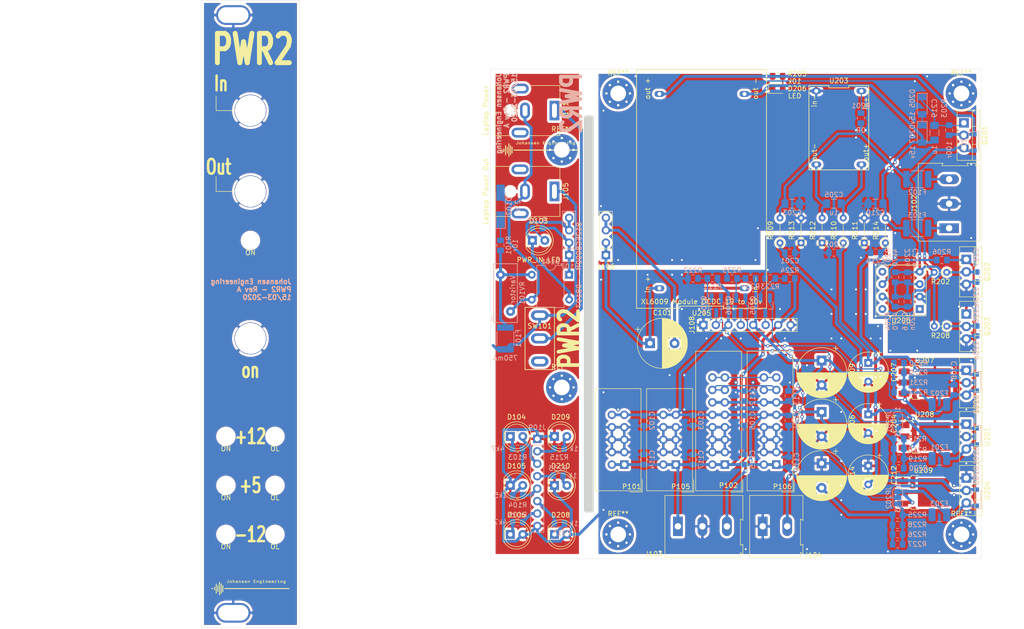
<source format=kicad_pcb>
(kicad_pcb (version 20171130) (host pcbnew "(5.1.5)-3")
  (title_block (title "Euro Power Supply Mk2") (date 2020-03-16) (rev "Rev A") (company "Johansen Engineering"))
  (layers (0 F.Cu signal) (31 B.Cu signal) (34 B.Paste user) (35 F.Paste user) (36 B.SilkS user) (37 F.SilkS user hide) (38 B.Mask user) (39 F.Mask user) (44 Edge.Cuts user))
  (net 0 "")
  (net 1 GND)
  (net 2 +5V)
  (net 3 "Net-(D103-Pad2)")
  (net 4 Vin-Neg19)
  (net 5 Vin-Pos19)
  (net 6 +12V)
  (net 7 -12V)
  (net 8 +15V)
  (net 9 +7.5V)
  (net 10 VinGND)
  (net 11 Vin+15)
  (net 12 /VoltageRegulation/7V)
  (net 13 /VoltageRegulation/GND-7V)
  (net 14 5Vreg)
  (net 15 Vin-15)
  (net 16 -15V)
  (net 17 "Net-(C216-Pad2)")
  (net 18 "Net-(C217-Pad1)")
  (net 19 "Net-(C219-Pad1)")
  (net 20 "Net-(C220-Pad2)")
  (net 21 "Net-(D101-Pad4)")
  (net 22 /DCSleeve)
  (net 23 "Net-(D102-Pad1)")
  (net 24 "Net-(D104-Pad1)")
  (net 25 "Net-(D105-Pad2)")
  (net 26 "Net-(D106-Pad1)")
  (net 27 12Vreg)
  (net 28 -12Vreg)
  (net 29 DCDC+)
  (net 30 "Net-(D205-Pad2)")
  (net 31 "Net-(D206-Pad2)")
  (net 32 "Net-(D208-Pad1)")
  (net 33 "Net-(D209-Pad2)")
  (net 34 "Net-(D210-Pad2)")
  (net 35 "Net-(F101-Pad1)")
  (net 36 "Net-(F102-Pad2)")
  (net 37 "Net-(F103-Pad1)")
  (net 38 "Net-(F201-Pad2)")
  (net 39 "Net-(F202-Pad2)")
  (net 40 "Net-(F203-Pad2)")
  (net 41 "Net-(J101-Pad1)")
  (net 42 CV)
  (net 43 Gate)
  (net 44 "Net-(Q202-Pad1)")
  (net 45 "Net-(R201-Pad1)")
  (net 46 "Net-(R206-Pad2)")
  (net 47 "Net-(JP201-Pad2)")
  (net 48 "Net-(JP202-Pad2)")
  (net 49 /VoltageRegulation/b5)
  (net 50 /VoltageRegulation/b4)
  (net 51 "Net-(Q206-Pad1)")
  (net 52 I-12)
  (net 53 I+12)
  (net 54 I+5)
  (module MountingHole:MountingHole_3.2mm_M3_Pad_Via (layer F.Cu) (at 64.5 115)
    (fp_text reference REF** (at 0 -4.2) (layer F.SilkS))
    (fp_text value MountingHole_3.2mm_M3_Pad_Via)
    (pad 1 thru_hole circle (at 1.697056 -1.697056) (size 0.8 0.8) (drill 0.5) (layers *.Cu *.Mask))
    (pad 1 thru_hole circle (at 0 -2.4) (size 0.8 0.8) (drill 0.5) (layers *.Cu *.Mask))
    (pad 1 thru_hole circle (at -1.697056 -1.697056) (size 0.8 0.8) (drill 0.5) (layers *.Cu *.Mask))
    (pad 1 thru_hole circle (at -2.4 0) (size 0.8 0.8) (drill 0.5) (layers *.Cu *.Mask))
    (pad 1 thru_hole circle (at -1.697056 1.697056) (size 0.8 0.8) (drill 0.5) (layers *.Cu *.Mask))
    (pad 1 thru_hole circle (at 0 2.4) (size 0.8 0.8) (drill 0.5) (layers *.Cu *.Mask))
    (pad 1 thru_hole circle (at 1.697056 1.697056) (size 0.8 0.8) (drill 0.5) (layers *.Cu *.Mask))
    (pad 1 thru_hole circle (at 2.4 0) (size 0.8 0.8) (drill 0.5) (layers *.Cu *.Mask))
    (pad 1 thru_hole circle (at 0 0) (size 6.4 6.4) (drill 3.2) (layers *.Cu *.Mask))
  )
  (module MountingHole:MountingHole_3.2mm_M3_Pad_Via (layer F.Cu) (at 64.5 66.5)
    (fp_text reference REF** (at 0 -4.2) (layer F.SilkS))
    (fp_text value MountingHole_3.2mm_M3_Pad_Via)
    (pad 1 thru_hole circle (at 0 0) (size 6.4 6.4) (drill 3.2) (layers *.Cu *.Mask))
    (pad 1 thru_hole circle (at 2.4 0) (size 0.8 0.8) (drill 0.5) (layers *.Cu *.Mask))
    (pad 1 thru_hole circle (at 1.697056 1.697056) (size 0.8 0.8) (drill 0.5) (layers *.Cu *.Mask))
    (pad 1 thru_hole circle (at 0 2.4) (size 0.8 0.8) (drill 0.5) (layers *.Cu *.Mask))
    (pad 1 thru_hole circle (at -1.697056 1.697056) (size 0.8 0.8) (drill 0.5) (layers *.Cu *.Mask))
    (pad 1 thru_hole circle (at -2.4 0) (size 0.8 0.8) (drill 0.5) (layers *.Cu *.Mask))
    (pad 1 thru_hole circle (at -1.697056 -1.697056) (size 0.8 0.8) (drill 0.5) (layers *.Cu *.Mask))
    (pad 1 thru_hole circle (at 0 -2.4) (size 0.8 0.8) (drill 0.5) (layers *.Cu *.Mask))
    (pad 1 thru_hole circle (at 1.697056 -1.697056) (size 0.8 0.8) (drill 0.5) (layers *.Cu *.Mask))
  )
  (module AJ:Jack_6m3 (layer F.Cu) (at 1 105)
    (fp_text reference TP110 hide)
    (fp_text value SQ)
    (pad 1 thru_hole circle (at 0 0) (size 6.5 6.5) (drill 6.3) (layers *.Cu *.Mask) (net 1 GND))
  )
  (module AJ:LED_Hole_3mm (layer F.Cu) (at 6 145)
    (fp_text reference H105)
    (fp_text value OL (at 0 2.5) (layer F.SilkS))
    (pad "" np_thru_hole circle (at 0 0) (size 3 3) (drill 3) (layers *.Cu *.Mask))
  )
  (module AJ:LED_Hole_3mm (layer F.Cu) (at -4 145)
    (fp_text reference H105)
    (fp_text value ON (at 0 2.5) (layer F.SilkS))
    (pad "" np_thru_hole circle (at 0 0) (size 3 3) (drill 3) (layers *.Cu *.Mask))
  )
  (module AJ:LED_Hole_3mm (layer F.Cu) (at 6 135)
    (fp_text reference H105)
    (fp_text value OL (at 0 2.5) (layer F.SilkS))
    (pad "" np_thru_hole circle (at 0 0) (size 3 3) (drill 3) (layers *.Cu *.Mask))
  )
  (module AJ:LED_Hole_3mm (layer F.Cu) (at -4 135)
    (fp_text reference H105)
    (fp_text value ON (at 0 2.5) (layer F.SilkS))
    (pad "" np_thru_hole circle (at 0 0) (size 3 3) (drill 3) (layers *.Cu *.Mask))
  )
  (module AJ:LED_Hole_3mm (layer F.Cu) (at 6 125)
    (fp_text reference H105)
    (fp_text value OL (at 0 2.5) (layer F.SilkS))
    (pad "" np_thru_hole circle (at 0 0) (size 3 3) (drill 3) (layers *.Cu *.Mask))
  )
  (module AJ:LED_Hole_3mm (layer F.Cu) (at -4 125)
    (fp_text reference H105)
    (fp_text value ON (at 0 2.5) (layer F.SilkS))
    (pad "" np_thru_hole circle (at 0 0) (size 3 3) (drill 3) (layers *.Cu *.Mask))
  )
  (module MountingHole:MountingHole_3.2mm_M3_Pad_Via (layer F.Cu) (at 146 55)
    (fp_text reference REF** (at 0 -4.2) (layer F.SilkS))
    (fp_text value MountingHole_3.2mm_M3_Pad_Via)
    (pad 1 thru_hole circle (at 1.697056 -1.697056) (size 0.8 0.8) (drill 0.5) (layers *.Cu *.Mask))
    (pad 1 thru_hole circle (at 0 -2.4) (size 0.8 0.8) (drill 0.5) (layers *.Cu *.Mask))
    (pad 1 thru_hole circle (at -1.697056 -1.697056) (size 0.8 0.8) (drill 0.5) (layers *.Cu *.Mask))
    (pad 1 thru_hole circle (at -2.4 0) (size 0.8 0.8) (drill 0.5) (layers *.Cu *.Mask))
    (pad 1 thru_hole circle (at -1.697056 1.697056) (size 0.8 0.8) (drill 0.5) (layers *.Cu *.Mask))
    (pad 1 thru_hole circle (at 0 2.4) (size 0.8 0.8) (drill 0.5) (layers *.Cu *.Mask))
    (pad 1 thru_hole circle (at 1.697056 1.697056) (size 0.8 0.8) (drill 0.5) (layers *.Cu *.Mask))
    (pad 1 thru_hole circle (at 2.4 0) (size 0.8 0.8) (drill 0.5) (layers *.Cu *.Mask))
    (pad 1 thru_hole circle (at 0 0) (size 6.4 6.4) (drill 3.2) (layers *.Cu *.Mask))
  )
  (module MountingHole:MountingHole_3.2mm_M3_Pad_Via (layer F.Cu) (at 146 145)
    (fp_text reference REF** (at 0 -4.2) (layer F.SilkS))
    (fp_text value MountingHole_3.2mm_M3_Pad_Via)
    (pad 1 thru_hole circle (at 1.697056 -1.697056) (size 0.8 0.8) (drill 0.5) (layers *.Cu *.Mask))
    (pad 1 thru_hole circle (at 0 -2.4) (size 0.8 0.8) (drill 0.5) (layers *.Cu *.Mask))
    (pad 1 thru_hole circle (at -1.697056 -1.697056) (size 0.8 0.8) (drill 0.5) (layers *.Cu *.Mask))
    (pad 1 thru_hole circle (at -2.4 0) (size 0.8 0.8) (drill 0.5) (layers *.Cu *.Mask))
    (pad 1 thru_hole circle (at -1.697056 1.697056) (size 0.8 0.8) (drill 0.5) (layers *.Cu *.Mask))
    (pad 1 thru_hole circle (at 0 2.4) (size 0.8 0.8) (drill 0.5) (layers *.Cu *.Mask))
    (pad 1 thru_hole circle (at 1.697056 1.697056) (size 0.8 0.8) (drill 0.5) (layers *.Cu *.Mask))
    (pad 1 thru_hole circle (at 2.4 0) (size 0.8 0.8) (drill 0.5) (layers *.Cu *.Mask))
    (pad 1 thru_hole circle (at 0 0) (size 6.4 6.4) (drill 3.2) (layers *.Cu *.Mask))
  )
  (module MountingHole:MountingHole_3.2mm_M3_Pad_Via (layer F.Cu) (at 76 145)
    (fp_text reference REF** (at 0 -4.2) (layer F.SilkS))
    (fp_text value MountingHole_3.2mm_M3_Pad_Via)
    (pad 1 thru_hole circle (at 1.697056 -1.697056) (size 0.8 0.8) (drill 0.5) (layers *.Cu *.Mask))
    (pad 1 thru_hole circle (at 0 -2.4) (size 0.8 0.8) (drill 0.5) (layers *.Cu *.Mask))
    (pad 1 thru_hole circle (at -1.697056 -1.697056) (size 0.8 0.8) (drill 0.5) (layers *.Cu *.Mask))
    (pad 1 thru_hole circle (at -2.4 0) (size 0.8 0.8) (drill 0.5) (layers *.Cu *.Mask))
    (pad 1 thru_hole circle (at -1.697056 1.697056) (size 0.8 0.8) (drill 0.5) (layers *.Cu *.Mask))
    (pad 1 thru_hole circle (at 0 2.4) (size 0.8 0.8) (drill 0.5) (layers *.Cu *.Mask))
    (pad 1 thru_hole circle (at 1.697056 1.697056) (size 0.8 0.8) (drill 0.5) (layers *.Cu *.Mask))
    (pad 1 thru_hole circle (at 2.4 0) (size 0.8 0.8) (drill 0.5) (layers *.Cu *.Mask))
    (pad 1 thru_hole circle (at 0 0) (size 6.4 6.4) (drill 3.2) (layers *.Cu *.Mask))
  )
  (module MountingHole:MountingHole_3.2mm_M3_Pad_Via (layer F.Cu) (at 76 55)
    (fp_text reference REF** (at 0 -4.2) (layer F.SilkS))
    (fp_text value MountingHole_3.2mm_M3_Pad_Via)
    (pad 1 thru_hole circle (at 1.697056 -1.697056) (size 0.8 0.8) (drill 0.5) (layers *.Cu *.Mask))
    (pad 1 thru_hole circle (at 0 -2.4) (size 0.8 0.8) (drill 0.5) (layers *.Cu *.Mask))
    (pad 1 thru_hole circle (at -1.697056 -1.697056) (size 0.8 0.8) (drill 0.5) (layers *.Cu *.Mask))
    (pad 1 thru_hole circle (at -2.4 0) (size 0.8 0.8) (drill 0.5) (layers *.Cu *.Mask))
    (pad 1 thru_hole circle (at -1.697056 1.697056) (size 0.8 0.8) (drill 0.5) (layers *.Cu *.Mask))
    (pad 1 thru_hole circle (at 0 2.4) (size 0.8 0.8) (drill 0.5) (layers *.Cu *.Mask))
    (pad 1 thru_hole circle (at 1.697056 1.697056) (size 0.8 0.8) (drill 0.5) (layers *.Cu *.Mask))
    (pad 1 thru_hole circle (at 2.4 0) (size 0.8 0.8) (drill 0.5) (layers *.Cu *.Mask))
    (pad 1 thru_hole circle (at 0 0) (size 6.4 6.4) (drill 3.2) (layers *.Cu *.Mask))
  )
  (module AJ:Johansen_engineering_logo_20mm (layer F.Cu) (at 60 66.5)
    (fp_text reference G*** hide)
    (fp_text value LOGO hide)
  )
  (module AJ:Johansen_engineering_logo_20mm (layer F.Cu) (at 1 156)
    (fp_text reference G*** hide)
    (fp_text value LOGO hide)
  )
  (module AJ:Jack_6m3 (layer F.Cu) (at 1 58.5)
    (fp_text reference TP109 hide)
    (fp_text value Tri)
    (pad 1 thru_hole circle (at 0 0) (size 6.5 6.5) (drill 6.3) (layers *.Cu *.Mask) (net 1 GND))
  )
  (module AJ:Jack_6m3 (layer F.Cu) (at 1 75)
    (fp_text reference TP110 hide)
    (fp_text value SQ)
    (pad 1 thru_hole circle (at 0 0) (size 6.5 6.5) (drill 6.3) (layers *.Cu *.Mask) (net 1 GND))
  )
  (module AJ:MountingHole_Eurorack3 (layer F.Cu) (at -2.5 39)
    (fp_text reference H101)
    (fp_text value MountingHole_Pad)
    (pad 1 thru_hole oval (at 0 0) (size 7 4) (drill oval 6.2 3.2) (layers *.Cu *.Mask) (net 1 GND))
  )
  (module AJ:MountingHole_Eurorack3 (layer B.Cu) (at -2.5 161)
    (fp_text reference H102)
    (fp_text value MountingHole_Pad)
    (pad 1 thru_hole oval (at 0 0) (size 7 4) (drill oval 6.2 3.2) (layers *.Cu *.Mask) (net 1 GND))
  )
  (module AJ:LED_Hole_3mm (layer F.Cu) (at 1 85)
    (fp_text reference H105)
    (fp_text value ON (at 0 2.5) (layer F.SilkS))
    (pad "" np_thru_hole circle (at 0 0) (size 3 3) (drill 3) (layers *.Cu *.Mask))
  )
  (module Capacitor_THT:CP_Radial_D10.0mm_P5.00mm (layer F.Cu) (at 82.5 106)
    (fp_text reference C101 (at 2.5 -6.25 -180) (layer F.SilkS))
    (fp_text value 100uF)
    (pad 2 thru_hole circle (at 5 0) (size 2 2) (drill 1) (layers *.Cu *.Mask) (net 4 Vin-Neg19))
    (pad 1 thru_hole rect (at 0 0) (size 2 2) (drill 1) (layers *.Cu *.Mask) (net 5 Vin-Pos19))
  )
  (module Capacitor_SMD:C_0805_2012Metric_Pad1.15x1.40mm_HandSolder (layer B.Cu) (at 81.25 121.784999 90)
    (fp_text reference C102 (at 0 1.65 90) (layer B.SilkS) (effects (justify mirror)))
    (fp_text value 100n)
    (pad 2 smd roundrect (at 1.025 0 90) (size 1.15 1.4) (layers B.Cu B.Paste B.Mask) (roundrect_rratio 0.217391) (net 6 +12V))
    (pad 1 smd roundrect (at -1.025 0 90) (size 1.15 1.4) (layers B.Cu B.Paste B.Mask) (roundrect_rratio 0.217391) (net 1 GND))
  )
  (module Capacitor_SMD:C_0805_2012Metric_Pad1.15x1.40mm_HandSolder (layer B.Cu) (at 91.25 121.725 90)
    (fp_text reference C103 (at 0 1.65 90) (layer B.SilkS) (effects (justify mirror)))
    (fp_text value 100n)
    (pad 2 smd roundrect (at 1.025 0 90) (size 1.15 1.4) (layers B.Cu B.Paste B.Mask) (roundrect_rratio 0.217391) (net 6 +12V))
    (pad 1 smd roundrect (at -1.025 0 90) (size 1.15 1.4) (layers B.Cu B.Paste B.Mask) (roundrect_rratio 0.217391) (net 1 GND))
  )
  (module Capacitor_SMD:C_0805_2012Metric_Pad1.15x1.40mm_HandSolder (layer B.Cu) (at 110.75 121.725 90)
    (fp_text reference C104 (at 0 1.65 90) (layer B.SilkS) (effects (justify mirror)))
    (fp_text value 100n)
    (pad 1 smd roundrect (at -1.025 0 90) (size 1.15 1.4) (layers B.Cu B.Paste B.Mask) (roundrect_rratio 0.217391) (net 1 GND))
    (pad 2 smd roundrect (at 1.025 0 90) (size 1.15 1.4) (layers B.Cu B.Paste B.Mask) (roundrect_rratio 0.217391) (net 6 +12V))
  )
  (module Capacitor_SMD:C_0805_2012Metric_Pad1.15x1.40mm_HandSolder (layer B.Cu) (at 101.75 121.75 90)
    (fp_text reference C105 (at 0 1.65 90) (layer B.SilkS) (effects (justify mirror)))
    (fp_text value 100n)
    (pad 2 smd roundrect (at 1.025 0 90) (size 1.15 1.4) (layers B.Cu B.Paste B.Mask) (roundrect_rratio 0.217391) (net 6 +12V))
    (pad 1 smd roundrect (at -1.025 0 90) (size 1.15 1.4) (layers B.Cu B.Paste B.Mask) (roundrect_rratio 0.217391) (net 1 GND))
  )
  (module Capacitor_SMD:C_0805_2012Metric_Pad1.15x1.40mm_HandSolder (layer B.Cu) (at 101.75 116.75 90)
    (fp_text reference C112 (at 0 1.65 90) (layer B.SilkS) (effects (justify mirror)))
    (fp_text value 100n)
    (pad 1 smd roundrect (at -1.025 0 90) (size 1.15 1.4) (layers B.Cu B.Paste B.Mask) (roundrect_rratio 0.217391) (net 2 +5V))
    (pad 2 smd roundrect (at 1.025 0 90) (size 1.15 1.4) (layers B.Cu B.Paste B.Mask) (roundrect_rratio 0.217391) (net 1 GND))
  )
  (module Capacitor_SMD:C_0805_2012Metric_Pad1.15x1.40mm_HandSolder (layer B.Cu) (at 110.75 116.725 90)
    (fp_text reference C113 (at 0 1.65 90) (layer B.SilkS) (effects (justify mirror)))
    (fp_text value 100n)
    (pad 2 smd roundrect (at 1.025 0 90) (size 1.15 1.4) (layers B.Cu B.Paste B.Mask) (roundrect_rratio 0.217391) (net 1 GND))
    (pad 1 smd roundrect (at -1.025 0 90) (size 1.15 1.4) (layers B.Cu B.Paste B.Mask) (roundrect_rratio 0.217391) (net 2 +5V))
  )
  (module Capacitor_SMD:C_0805_2012Metric_Pad1.15x1.40mm_HandSolder (layer B.Cu) (at 81.25 129.725 90)
    (fp_text reference C114 (at 0 1.65 90) (layer B.SilkS) (effects (justify mirror)))
    (fp_text value 100n)
    (pad 1 smd roundrect (at -1.025 0 90) (size 1.15 1.4) (layers B.Cu B.Paste B.Mask) (roundrect_rratio 0.217391) (net 7 -12V))
    (pad 2 smd roundrect (at 1.025 0 90) (size 1.15 1.4) (layers B.Cu B.Paste B.Mask) (roundrect_rratio 0.217391) (net 1 GND))
  )
  (module Capacitor_SMD:C_0805_2012Metric_Pad1.15x1.40mm_HandSolder (layer B.Cu) (at 101.75 129.725 90)
    (fp_text reference C115 (at 0 1.65 90) (layer B.SilkS) (effects (justify mirror)))
    (fp_text value 100n)
    (pad 1 smd roundrect (at -1.025 0 90) (size 1.15 1.4) (layers B.Cu B.Paste B.Mask) (roundrect_rratio 0.217391) (net 7 -12V))
    (pad 2 smd roundrect (at 1.025 0 90) (size 1.15 1.4) (layers B.Cu B.Paste B.Mask) (roundrect_rratio 0.217391) (net 1 GND))
  )
  (module Capacitor_SMD:C_0805_2012Metric_Pad1.15x1.40mm_HandSolder (layer B.Cu) (at 110.75 130.225 90)
    (fp_text reference C116 (at 0 1.65 90) (layer B.SilkS) (effects (justify mirror)))
    (fp_text value 100n)
    (pad 1 smd roundrect (at -1.025 0 90) (size 1.15 1.4) (layers B.Cu B.Paste B.Mask) (roundrect_rratio 0.217391) (net 7 -12V))
    (pad 2 smd roundrect (at 1.025 0 90) (size 1.15 1.4) (layers B.Cu B.Paste B.Mask) (roundrect_rratio 0.217391) (net 1 GND))
  )
  (module Capacitor_SMD:C_0805_2012Metric_Pad1.15x1.40mm_HandSolder (layer B.Cu) (at 91.25 129.725 90)
    (fp_text reference C117 (at 0 1.65 90) (layer B.SilkS) (effects (justify mirror)))
    (fp_text value 100n)
    (pad 1 smd roundrect (at -1.025 0 90) (size 1.15 1.4) (layers B.Cu B.Paste B.Mask) (roundrect_rratio 0.217391) (net 7 -12V))
    (pad 2 smd roundrect (at 1.025 0 90) (size 1.15 1.4) (layers B.Cu B.Paste B.Mask) (roundrect_rratio 0.217391) (net 1 GND))
  )
  (module Capacitor_SMD:C_0805_2012Metric_Pad1.15x1.40mm_HandSolder (layer B.Cu) (at 111 87.5)
    (fp_text reference C201 (at 0 1.65) (layer B.SilkS) (effects (justify mirror)))
    (fp_text value 100n)
    (pad 2 smd roundrect (at 1.025 0) (size 1.15 1.4) (layers B.Cu B.Paste B.Mask) (roundrect_rratio 0.217391) (net 1 GND))
    (pad 1 smd roundrect (at -1.025 0) (size 1.15 1.4) (layers B.Cu B.Paste B.Mask) (roundrect_rratio 0.217391) (net 8 +15V))
  )
  (module Capacitor_SMD:C_0805_2012Metric_Pad1.15x1.40mm_HandSolder (layer B.Cu) (at 120 87.5 180)
    (fp_text reference C202 (at 0 1.65) (layer B.SilkS) (effects (justify mirror)))
    (fp_text value 100n)
    (pad 1 smd roundrect (at -1.025 0 180) (size 1.15 1.4) (layers B.Cu B.Paste B.Mask) (roundrect_rratio 0.217391) (net 9 +7.5V))
    (pad 2 smd roundrect (at 1.025 0 180) (size 1.15 1.4) (layers B.Cu B.Paste B.Mask) (roundrect_rratio 0.217391) (net 1 GND))
  )
  (module Capacitor_SMD:C_1206_3216Metric_Pad1.42x1.75mm_HandSolder (layer B.Cu) (at 111.4875 77.5)
    (fp_text reference C203 (at 0 1.82) (layer B.SilkS) (effects (justify mirror)))
    (fp_text value 1u)
    (pad 2 smd roundrect (at 1.4875 0) (size 1.425 1.75) (layers B.Cu B.Paste B.Mask) (roundrect_rratio 0.175439) (net 10 VinGND))
    (pad 1 smd roundrect (at -1.4875 0) (size 1.425 1.75) (layers B.Cu B.Paste B.Mask) (roundrect_rratio 0.175439) (net 11 Vin+15))
  )
  (module Capacitor_THT:CP_Radial_D8.0mm_P3.80mm (layer F.Cu) (at 127 120.5 270)
    (fp_text reference C204 (at 1.9 -5.25 90) (layer F.SilkS))
    (fp_text value 1000uF)
    (pad 1 thru_hole rect (at 0 0 270) (size 1.6 1.6) (drill 0.8) (layers *.Cu *.Mask) (net 8 +15V))
    (pad 2 thru_hole circle (at 3.8 0 270) (size 1.6 1.6) (drill 0.8) (layers *.Cu *.Mask) (net 1 GND))
  )
  (module Capacitor_SMD:C_1206_3216Metric_Pad1.42x1.75mm_HandSolder (layer B.Cu) (at 120 77.5 180)
    (fp_text reference C205 (at 0 1.82) (layer B.SilkS) (effects (justify mirror)))
    (fp_text value 1u (at 0 -1.82) (layer B.SilkS) (effects (justify mirror)))
    (pad 1 smd roundrect (at -1.4875 0 180) (size 1.425 1.75) (layers B.Cu B.Paste B.Mask) (roundrect_rratio 0.175439) (net 12 /VoltageRegulation/7V))
    (pad 2 smd roundrect (at 1.4875 0 180) (size 1.425 1.75) (layers B.Cu B.Paste B.Mask) (roundrect_rratio 0.175439) (net 13 /VoltageRegulation/GND-7V))
  )
  (module Capacitor_THT:CP_Radial_D10.0mm_P5.00mm (layer F.Cu) (at 117.5 120 270)
    (fp_text reference C206 (at 2.5 -6.25 90) (layer F.SilkS))
    (fp_text value 1000uF)
    (pad 1 thru_hole rect (at 0 0 270) (size 2 2) (drill 1) (layers *.Cu *.Mask) (net 6 +12V))
    (pad 2 thru_hole circle (at 5 0 270) (size 2 2) (drill 1) (layers *.Cu *.Mask) (net 1 GND))
  )
  (module Capacitor_THT:CP_Radial_D8.0mm_P3.80mm (layer F.Cu) (at 127 110 270)
    (fp_text reference C207 (at 1.9 -5.25 90) (layer F.SilkS))
    (fp_text value 1000uF)
    (pad 1 thru_hole rect (at 0 0 270) (size 1.6 1.6) (drill 0.8) (layers *.Cu *.Mask) (net 9 +7.5V))
    (pad 2 thru_hole circle (at 3.8 0 270) (size 1.6 1.6) (drill 0.8) (layers *.Cu *.Mask) (net 1 GND))
  )
  (module Capacitor_SMD:C_0805_2012Metric_Pad1.15x1.40mm_HandSolder (layer B.Cu) (at 144.5 115.5 90)
    (fp_text reference C208 (at 4 0 90) (layer B.SilkS) (effects (justify mirror)))
    (fp_text value 100n)
    (pad 2 smd roundrect (at 1.025 0 90) (size 1.15 1.4) (layers B.Cu B.Paste B.Mask) (roundrect_rratio 0.217391) (net 1 GND))
    (pad 1 smd roundrect (at -1.025 0 90) (size 1.15 1.4) (layers B.Cu B.Paste B.Mask) (roundrect_rratio 0.217391) (net 14 5Vreg))
  )
  (module Capacitor_THT:CP_Radial_D10.0mm_P5.00mm (layer F.Cu) (at 117.5 109.5 270)
    (fp_text reference C209 (at 2.5 -6.25 90) (layer F.SilkS))
    (fp_text value 1000uF)
    (pad 2 thru_hole circle (at 5 0 270) (size 2 2) (drill 1) (layers *.Cu *.Mask) (net 1 GND))
    (pad 1 thru_hole rect (at 0 0 270) (size 2 2) (drill 1) (layers *.Cu *.Mask) (net 2 +5V))
  )
  (module Capacitor_SMD:C_1206_3216Metric_Pad1.42x1.75mm_HandSolder (layer B.Cu) (at 128.4875 77.5)
    (fp_text reference C210 (at 0 1.82) (layer B.SilkS) (effects (justify mirror)))
    (fp_text value 1u)
    (pad 1 smd roundrect (at -1.4875 0) (size 1.425 1.75) (layers B.Cu B.Paste B.Mask) (roundrect_rratio 0.175439) (net 10 VinGND))
    (pad 2 smd roundrect (at 1.4875 0) (size 1.425 1.75) (layers B.Cu B.Paste B.Mask) (roundrect_rratio 0.175439) (net 15 Vin-15))
  )
  (module Capacitor_THT:CP_Radial_D8.0mm_P3.80mm (layer F.Cu) (at 127 131 270)
    (fp_text reference C212 (at 1.9 -5.25 90) (layer F.SilkS))
    (fp_text value 1000uF)
    (pad 2 thru_hole circle (at 3.8 0 270) (size 1.6 1.6) (drill 0.8) (layers *.Cu *.Mask) (net 16 -15V))
    (pad 1 thru_hole rect (at 0 0 270) (size 1.6 1.6) (drill 0.8) (layers *.Cu *.Mask) (net 1 GND))
  )
  (module Capacitor_THT:CP_Radial_D10.0mm_P5.00mm (layer F.Cu) (at 117.5 130.5 270)
    (fp_text reference C214 (at 2.5 -6.25 90) (layer F.SilkS))
    (fp_text value 1000uF)
    (pad 1 thru_hole rect (at 0 0 270) (size 2 2) (drill 1) (layers *.Cu *.Mask) (net 1 GND))
    (pad 2 thru_hole circle (at 5 0 270) (size 2 2) (drill 1) (layers *.Cu *.Mask) (net 7 -12V))
  )
  (module Capacitor_SMD:C_0805_2012Metric_Pad1.15x1.40mm_HandSolder (layer B.Cu) (at 128.5 87.5)
    (fp_text reference C215 (at 0 1.65) (layer B.SilkS) (effects (justify mirror)))
    (fp_text value 100n)
    (pad 2 smd roundrect (at 1.025 0) (size 1.15 1.4) (layers B.Cu B.Paste B.Mask) (roundrect_rratio 0.217391) (net 16 -15V))
    (pad 1 smd roundrect (at -1.025 0) (size 1.15 1.4) (layers B.Cu B.Paste B.Mask) (roundrect_rratio 0.217391) (net 1 GND))
  )
  (module Capacitor_SMD:C_0805_2012Metric_Pad1.15x1.40mm_HandSolder (layer B.Cu) (at 135 97.5 90)
    (fp_text reference C216 (at -4 -0.5 90) (layer B.SilkS) (effects (justify mirror)))
    (fp_text value 220n (at -4 1 90) (layer B.SilkS) (effects (justify mirror)))
    (pad 2 smd roundrect (at 1.025 0 90) (size 1.15 1.4) (layers B.Cu B.Paste B.Mask) (roundrect_rratio 0.217391) (net 17 "Net-(C216-Pad2)"))
    (pad 1 smd roundrect (at -1.025 0 90) (size 1.15 1.4) (layers B.Cu B.Paste B.Mask) (roundrect_rratio 0.217391) (net 11 Vin+15))
  )
  (module Capacitor_SMD:C_0805_2012Metric_Pad1.15x1.40mm_HandSolder (layer B.Cu) (at 149 92.475 270)
    (fp_text reference C217 (at -3.975 0 90) (layer B.SilkS) (effects (justify mirror)))
    (fp_text value 220n (at 4 0 90) (layer B.SilkS) (effects (justify mirror)))
    (pad 1 smd roundrect (at -1.025 0 270) (size 1.15 1.4) (layers B.Cu B.Paste B.Mask) (roundrect_rratio 0.217391) (net 18 "Net-(C217-Pad1)"))
    (pad 2 smd roundrect (at 1.025 0 270) (size 1.15 1.4) (layers B.Cu B.Paste B.Mask) (roundrect_rratio 0.217391) (net 10 VinGND))
  )
  (module Capacitor_SMD:C_0805_2012Metric_Pad1.15x1.40mm_HandSolder (layer B.Cu) (at 135 92.525 90)
    (fp_text reference C218 (at 4.025 1.65 90) (layer B.SilkS) (effects (justify mirror)))
    (fp_text value 220n (at 4.025 0 90) (layer B.SilkS) (effects (justify mirror)))
    (pad 1 smd roundrect (at -1.025 0 90) (size 1.15 1.4) (layers B.Cu B.Paste B.Mask) (roundrect_rratio 0.217391) (net 17 "Net-(C216-Pad2)"))
    (pad 2 smd roundrect (at 1.025 0 90) (size 1.15 1.4) (layers B.Cu B.Paste B.Mask) (roundrect_rratio 0.217391) (net 15 Vin-15))
  )
  (module Capacitor_SMD:C_1206_3216Metric_Pad1.42x1.75mm_HandSolder (layer B.Cu) (at 140.5 63.0125 270)
    (fp_text reference C219 (at -5.0125 0 90) (layer B.SilkS) (effects (justify mirror)))
    (fp_text value 1u (at 3.4875 0 90) (layer B.SilkS) (effects (justify mirror)))
    (pad 2 smd roundrect (at 1.4875 0 270) (size 1.425 1.75) (layers B.Cu B.Paste B.Mask) (roundrect_rratio 0.175439) (net 15 Vin-15))
    (pad 1 smd roundrect (at -1.4875 0 270) (size 1.425 1.75) (layers B.Cu B.Paste B.Mask) (roundrect_rratio 0.175439) (net 19 "Net-(C219-Pad1)"))
  )
  (module Capacitor_SMD:C_0805_2012Metric_Pad1.15x1.40mm_HandSolder (layer B.Cu) (at 149 103.475 90)
    (fp_text reference C220 (at 3.5 0 90) (layer B.SilkS) (effects (justify mirror)))
    (fp_text value 220n (at -4.025 0 90) (layer B.SilkS) (effects (justify mirror)))
    (pad 2 smd roundrect (at 1.025 0 90) (size 1.15 1.4) (layers B.Cu B.Paste B.Mask) (roundrect_rratio 0.217391) (net 20 "Net-(C220-Pad2)"))
    (pad 1 smd roundrect (at -1.025 0 90) (size 1.15 1.4) (layers B.Cu B.Paste B.Mask) (roundrect_rratio 0.217391) (net 10 VinGND))
  )
  (module Diode_THT:Diode_Bridge_DIP-4_W7.62mm_P5.08mm (layer B.Cu) (at 66 92 180)
    (fp_text reference D101 (at 3.8 2.7) (layer B.SilkS) (effects (justify mirror)))
    (fp_text value "B125C800DM - DB107" (at -2 2 90) (layer B.SilkS) (effects (justify mirror)))
    (pad 4 thru_hole oval (at 7.62 0 180) (size 1.6 1.6) (drill 0.8) (layers *.Cu *.Mask) (net 21 "Net-(D101-Pad4)"))
    (pad 2 thru_hole oval (at 0 -5.08 180) (size 1.6 1.6) (drill 0.8) (layers *.Cu *.Mask) (net 4 Vin-Neg19))
    (pad 3 thru_hole oval (at 7.62 -5.08 180) (size 1.6 1.6) (drill 0.8) (layers *.Cu *.Mask) (net 22 /DCSleeve))
    (pad 1 thru_hole rect (at 0 0 180) (size 1.6 1.6) (drill 0.8) (layers *.Cu *.Mask) (net 5 Vin-Pos19))
  )
  (module Diode_SMD:D_MiniMELF_Handsoldering (layer B.Cu) (at 52 78 90)
    (fp_text reference D102 (at 0 1.75 -90) (layer B.SilkS) (effects (justify mirror)))
    (fp_text value 27v (at 0 3.5 90) (layer B.SilkS) (effects (justify mirror)))
    (pad 1 smd rect (at -2.75 0 90) (size 3.3 1.7) (layers B.Cu B.Paste B.Mask) (net 23 "Net-(D102-Pad1)"))
    (pad 2 smd rect (at 2.75 0 90) (size 3.3 1.7) (layers B.Cu B.Paste B.Mask) (net 22 /DCSleeve))
  )
  (module LED_THT:LED_D5.0mm (layer F.Cu) (at 58.5 85)
    (fp_text reference D103 (at 1.27 -3.96) (layer F.SilkS))
    (fp_text value PWR_IN_LED (at 1.27 3.96) (layer F.SilkS))
    (pad 1 thru_hole rect (at 0 0) (size 1.8 1.8) (drill 0.9) (layers *.Cu *.Mask) (net 4 Vin-Neg19))
    (pad 2 thru_hole circle (at 2.54 0) (size 1.8 1.8) (drill 0.9) (layers *.Cu *.Mask) (net 3 "Net-(D103-Pad2)"))
  )
  (module LED_THT:LED_D5.0mm (layer F.Cu) (at 54 125)
    (fp_text reference D104 (at 1.27 -3.96) (layer F.SilkS))
    (fp_text value LED)
    (pad 1 thru_hole rect (at 0 0) (size 1.8 1.8) (drill 0.9) (layers *.Cu *.Mask) (net 24 "Net-(D104-Pad1)"))
    (pad 2 thru_hole circle (at 2.54 0) (size 1.8 1.8) (drill 0.9) (layers *.Cu *.Mask) (net 6 +12V))
  )
  (module LED_THT:LED_D5.0mm (layer F.Cu) (at 54 135)
    (fp_text reference D105 (at 1.27 -3.96) (layer F.SilkS))
    (fp_text value LED)
    (pad 2 thru_hole circle (at 2.54 0) (size 1.8 1.8) (drill 0.9) (layers *.Cu *.Mask) (net 25 "Net-(D105-Pad2)"))
    (pad 1 thru_hole rect (at 0 0) (size 1.8 1.8) (drill 0.9) (layers *.Cu *.Mask) (net 1 GND))
  )
  (module LED_THT:LED_D5.0mm (layer F.Cu) (at 54 145)
    (fp_text reference D106 (at 1.27 -3.96) (layer F.SilkS))
    (fp_text value LED)
    (pad 1 thru_hole rect (at 0 0) (size 1.8 1.8) (drill 0.9) (layers *.Cu *.Mask) (net 26 "Net-(D106-Pad1)"))
    (pad 2 thru_hole circle (at 2.54 0) (size 1.8 1.8) (drill 0.9) (layers *.Cu *.Mask) (net 1 GND))
  )
  (module Diode_SMD:D_SOD-123 (layer B.Cu) (at 149 125 270)
    (fp_text reference D201 (at 4 0 90) (layer B.SilkS) (effects (justify mirror)))
    (fp_text value 1N4001)
    (pad 1 smd rect (at -1.65 0 270) (size 0.9 1.2) (layers B.Cu B.Paste B.Mask) (net 8 +15V))
    (pad 2 smd rect (at 1.65 0 270) (size 0.9 1.2) (layers B.Cu B.Paste B.Mask) (net 27 12Vreg))
  )
  (module Diode_SMD:D_SOD-123 (layer B.Cu) (at 149 114 270)
    (fp_text reference D202 (at 4.5 0 90) (layer B.SilkS) (effects (justify mirror)))
    (fp_text value 1N4001)
    (pad 1 smd rect (at -1.65 0 270) (size 0.9 1.2) (layers B.Cu B.Paste B.Mask) (net 9 +7.5V))
    (pad 2 smd rect (at 1.65 0 270) (size 0.9 1.2) (layers B.Cu B.Paste B.Mask) (net 14 5Vreg))
  )
  (module Diode_SMD:D_SOD-123 (layer B.Cu) (at 149 137.5 90)
    (fp_text reference D203 (at 4.5 0 90) (layer B.SilkS) (effects (justify mirror)))
    (fp_text value 1N4001)
    (pad 2 smd rect (at 1.65 0 90) (size 0.9 1.2) (layers B.Cu B.Paste B.Mask) (net 16 -15V))
    (pad 1 smd rect (at -1.65 0 90) (size 0.9 1.2) (layers B.Cu B.Paste B.Mask) (net 28 -12Vreg))
  )
  (module Diode_SMD:D_SOD-123 (layer B.Cu) (at 148.5 65 270)
    (fp_text reference D204 (at 0 2 90) (layer B.SilkS) (effects (justify mirror)))
    (fp_text value 1N4001)
    (pad 2 smd rect (at 1.65 0 270) (size 0.9 1.2) (layers B.Cu B.Paste B.Mask) (net 11 Vin+15))
    (pad 1 smd rect (at -1.65 0 270) (size 0.9 1.2) (layers B.Cu B.Paste B.Mask) (net 29 DCDC+))
  )
  (module Diode_SMD:D_MiniMELF (layer B.Cu) (at 138 57.5 270)
    (fp_text reference D205 (at -1.5 2 90) (layer B.SilkS) (effects (justify mirror)))
    (fp_text value 15v (at 2.5 2 90) (layer B.SilkS) (effects (justify mirror)))
    (pad 1 smd rect (at -1.75 0 270) (size 1.3 1.7) (layers B.Cu B.Paste B.Mask) (net 19 "Net-(C219-Pad1)"))
    (pad 2 smd rect (at 1.75 0 270) (size 1.3 1.7) (layers B.Cu B.Paste B.Mask) (net 30 "Net-(D205-Pad2)"))
  )
  (module LED_SMD:LED_0805_2012Metric_Pad1.15x1.40mm_HandSolder (layer F.Cu) (at 108.525 54)
    (fp_text reference D206 (at 3.975 0) (layer F.SilkS))
    (fp_text value LED (at 3.475 1.5) (layer F.SilkS))
    (pad 1 smd roundrect (at -1.025 0) (size 1.15 1.4) (layers F.Cu F.Paste F.Mask) (roundrect_rratio 0.217391) (net 15 Vin-15))
    (pad 2 smd roundrect (at 1.025 0) (size 1.15 1.4) (layers F.Cu F.Paste F.Mask) (roundrect_rratio 0.217391) (net 31 "Net-(D206-Pad2)"))
  )
  (module Diode_SMD:D_MiniMELF (layer B.Cu) (at 138 63.25 270)
    (fp_text reference D207 (at 0 2 90) (layer B.SilkS) (effects (justify mirror)))
    (fp_text value 15v (at 3.75 2 270) (layer B.SilkS) (effects (justify mirror)))
    (pad 2 smd rect (at 1.75 0 270) (size 1.3 1.7) (layers B.Cu B.Paste B.Mask) (net 15 Vin-15))
    (pad 1 smd rect (at -1.75 0 270) (size 1.3 1.7) (layers B.Cu B.Paste B.Mask) (net 30 "Net-(D205-Pad2)"))
  )
  (module LED_THT:LED_D5.0mm (layer F.Cu) (at 63 145)
    (fp_text reference D208 (at 1.27 -3.96) (layer F.SilkS))
    (fp_text value RED)
    (pad 1 thru_hole rect (at 0 0) (size 1.8 1.8) (drill 0.9) (layers *.Cu *.Mask) (net 32 "Net-(D208-Pad1)"))
    (pad 2 thru_hole circle (at 2.54 0) (size 1.8 1.8) (drill 0.9) (layers *.Cu *.Mask) (net 1 GND))
  )
  (module LED_THT:LED_D5.0mm (layer F.Cu) (at 63 125)
    (fp_text reference D209 (at 1.27 -3.96) (layer F.SilkS))
    (fp_text value RED)
    (pad 2 thru_hole circle (at 2.54 0) (size 1.8 1.8) (drill 0.9) (layers *.Cu *.Mask) (net 33 "Net-(D209-Pad2)"))
    (pad 1 thru_hole rect (at 0 0) (size 1.8 1.8) (drill 0.9) (layers *.Cu *.Mask) (net 1 GND))
  )
  (module LED_THT:LED_D5.0mm (layer F.Cu) (at 63 135)
    (fp_text reference D210 (at 1.27 -3.96) (layer F.SilkS))
    (fp_text value RED)
    (pad 2 thru_hole circle (at 2.54 0) (size 1.8 1.8) (drill 0.9) (layers *.Cu *.Mask) (net 34 "Net-(D210-Pad2)"))
    (pad 1 thru_hole rect (at 0 0) (size 1.8 1.8) (drill 0.9) (layers *.Cu *.Mask) (net 1 GND))
  )
  (module Fuse:Fuse_1812_4532Metric_Pad1.30x3.40mm_HandSolder (layer B.Cu) (at 53 105 90)
    (fp_text reference F101 (at 0 2.65 270) (layer B.SilkS) (effects (justify mirror)))
    (fp_text value 750mA (at -4 0) (layer B.SilkS) (effects (justify mirror)))
    (pad 1 smd roundrect (at -2.225 0 90) (size 1.3 3.4) (layers B.Cu B.Paste B.Mask) (roundrect_rratio 0.192308) (net 35 "Net-(F101-Pad1)"))
    (pad 2 smd roundrect (at 2.225 0 90) (size 1.3 3.4) (layers B.Cu B.Paste B.Mask) (roundrect_rratio 0.192308) (net 21 "Net-(D101-Pad4)"))
  )
  (module Fuse:Fuse_1812_4532Metric_Pad1.30x3.40mm_HandSolder (layer B.Cu) (at 137 72.5)
    (fp_text reference F102 (at 0 2.65) (layer B.SilkS) (effects (justify mirror)))
    (fp_text value 750mA)
    (pad 2 smd roundrect (at 2.225 0) (size 1.3 3.4) (layers B.Cu B.Paste B.Mask) (roundrect_rratio 0.192308) (net 36 "Net-(F102-Pad2)"))
    (pad 1 smd roundrect (at -2.225 0) (size 1.3 3.4) (layers B.Cu B.Paste B.Mask) (roundrect_rratio 0.192308) (net 11 Vin+15))
  )
  (module Fuse:Fuse_1812_4532Metric_Pad1.30x3.40mm_HandSolder (layer B.Cu) (at 137 82.5 180)
    (fp_text reference F103 (at 0 2.65) (layer B.SilkS) (effects (justify mirror)))
    (fp_text value 750mA)
    (pad 1 smd roundrect (at -2.225 0 180) (size 1.3 3.4) (layers B.Cu B.Paste B.Mask) (roundrect_rratio 0.192308) (net 37 "Net-(F103-Pad1)"))
    (pad 2 smd roundrect (at 2.225 0 180) (size 1.3 3.4) (layers B.Cu B.Paste B.Mask) (roundrect_rratio 0.192308) (net 15 Vin-15))
  )
  (module Fuse:Fuse_1210_3225Metric_Pad1.42x2.65mm_HandSolder (layer B.Cu) (at 141.5 129.5 180)
    (fp_text reference F201 (at 0 2.28) (layer B.SilkS) (effects (justify mirror)))
    (fp_text value 750mA)
    (pad 2 smd roundrect (at 1.4875 0 180) (size 1.425 2.65) (layers B.Cu B.Paste B.Mask) (roundrect_rratio 0.175439) (net 38 "Net-(F201-Pad2)"))
    (pad 1 smd roundrect (at -1.4875 0 180) (size 1.425 2.65) (layers B.Cu B.Paste B.Mask) (roundrect_rratio 0.175439) (net 27 12Vreg))
  )
  (module Fuse:Fuse_1210_3225Metric_Pad1.42x2.65mm_HandSolder (layer B.Cu) (at 141.5 118.5 180)
    (fp_text reference F202 (at 0 2.28) (layer B.SilkS) (effects (justify mirror)))
    (fp_text value 750mA)
    (pad 1 smd roundrect (at -1.4875 0 180) (size 1.425 2.65) (layers B.Cu B.Paste B.Mask) (roundrect_rratio 0.175439) (net 14 5Vreg))
    (pad 2 smd roundrect (at 1.4875 0 180) (size 1.425 2.65) (layers B.Cu B.Paste B.Mask) (roundrect_rratio 0.175439) (net 39 "Net-(F202-Pad2)"))
  )
  (module Fuse:Fuse_1210_3225Metric_Pad1.42x2.65mm_HandSolder (layer B.Cu) (at 141.5 141 180)
    (fp_text reference F203 (at 0 2.28) (layer B.SilkS) (effects (justify mirror)))
    (fp_text value 750mA)
    (pad 1 smd roundrect (at -1.4875 0 180) (size 1.425 2.65) (layers B.Cu B.Paste B.Mask) (roundrect_rratio 0.175439) (net 28 -12Vreg))
    (pad 2 smd roundrect (at 1.4875 0 180) (size 1.425 2.65) (layers B.Cu B.Paste B.Mask) (roundrect_rratio 0.175439) (net 40 "Net-(F203-Pad2)"))
  )
  (module Connector_BarrelJack:BarrelJack_CUI_PJ-063AH_Horizontal (layer F.Cu) (at 63 58.5 270)
    (fp_text reference J101 (at 0 -2.3 90) (layer F.SilkS))
    (fp_text value "Laptop Power" (at 0 14 90) (layer F.SilkS))
    (pad "" np_thru_hole circle (at 0 9 270) (size 1.6 1.6) (drill 1.6) (layers *.Cu *.Mask))
    (pad MP thru_hole oval (at 4.5 7 270) (size 2 3.5) (drill oval 1 2.5) (layers *.Cu *.Mask))
    (pad MP thru_hole oval (at -4.5 7 270) (size 2 3.5) (drill oval 1 2.5) (layers *.Cu *.Mask))
    (pad 2 thru_hole oval (at 0 6 270) (size 3.3 2) (drill oval 2.3 1) (layers *.Cu *.Mask) (net 22 /DCSleeve))
    (pad 1 thru_hole rect (at 0 0 270) (size 4 2) (drill oval 3 1) (layers *.Cu *.Mask) (net 41 "Net-(J101-Pad1)"))
  )
  (module TerminalBlock:TerminalBlock_Altech_AK300-3_P5.00mm (layer F.Cu) (at 143.5 82.5 90)
    (fp_text reference J102 (at 5 -7.1 90) (layer F.SilkS))
    (fp_text value "+-15V thru")
    (pad 1 thru_hole rect (at 0 0 90) (size 1.98 3.96) (drill 1.32) (layers *.Cu *.Mask) (net 37 "Net-(F103-Pad1)"))
    (pad 2 thru_hole oval (at 5 0 90) (size 1.98 3.96) (drill 1.32) (layers *.Cu *.Mask) (net 10 VinGND))
    (pad 3 thru_hole oval (at 10 0 90) (size 1.98 3.96) (drill 1.32) (layers *.Cu *.Mask) (net 36 "Net-(F102-Pad2)"))
  )
  (module TerminalBlock:TerminalBlock_Altech_AK300-3_P5.00mm (layer F.Cu) (at 88.175001 143.355001)
    (fp_text reference J103 (at -4.925001 5.644999) (layer F.SilkS))
    (fp_text value "+-12v out")
    (pad 3 thru_hole oval (at 10 0) (size 1.98 3.96) (drill 1.32) (layers *.Cu *.Mask) (net 6 +12V))
    (pad 2 thru_hole oval (at 5 0) (size 1.98 3.96) (drill 1.32) (layers *.Cu *.Mask) (net 1 GND))
    (pad 1 thru_hole rect (at 0 0) (size 1.98 3.96) (drill 1.32) (layers *.Cu *.Mask) (net 7 -12V))
  )
  (module TerminalBlock:TerminalBlock_Altech_AK300-2_P5.00mm (layer F.Cu) (at 105.475001 143.345001)
    (fp_text reference J104 (at 10.274999 5.904999) (layer F.SilkS))
    (fp_text value "+5V out")
    (pad 1 thru_hole rect (at 0 0) (size 1.98 3.96) (drill 1.32) (layers *.Cu *.Mask) (net 1 GND))
    (pad 2 thru_hole oval (at 5 0) (size 1.98 3.96) (drill 1.32) (layers *.Cu *.Mask) (net 2 +5V))
  )
  (module Connector_BarrelJack:BarrelJack_CUI_PJ-063AH_Horizontal (layer F.Cu) (at 63 75 270)
    (fp_text reference J105 (at 0 -2.3 90) (layer F.SilkS))
    (fp_text value "Laptop Power Out" (at 0 14 90) (layer F.SilkS))
    (pad 1 thru_hole rect (at 0 0 270) (size 4 2) (drill oval 3 1) (layers *.Cu *.Mask) (net 35 "Net-(F101-Pad1)"))
    (pad 2 thru_hole oval (at 0 6 270) (size 3.3 2) (drill oval 2.3 1) (layers *.Cu *.Mask) (net 22 /DCSleeve))
    (pad MP thru_hole oval (at -4.5 7 270) (size 2 3.5) (drill oval 1 2.5) (layers *.Cu *.Mask))
    (pad MP thru_hole oval (at 4.5 7 270) (size 2 3.5) (drill oval 1 2.5) (layers *.Cu *.Mask))
    (pad "" np_thru_hole circle (at 0 9 270) (size 1.6 1.6) (drill 1.6) (layers *.Cu *.Mask))
  )
  (module Connectors_IDC:IDC-Header_2x05_Pitch2.54mm_Straight (layer F.Cu) (at 77.25 130.75 180)
    (fp_text reference P101 (at -1.5 -4.5) (layer F.SilkS))
    (fp_text value Doepfer_Power_10pin)
    (pad 10 thru_hole oval (at 2.54 10.16 180) (size 1.7272 1.7272) (drill 1.016) (layers *.Cu *.Mask) (net 6 +12V))
    (pad 9 thru_hole oval (at 0 10.16 180) (size 1.7272 1.7272) (drill 1.016) (layers *.Cu *.Mask) (net 6 +12V))
    (pad 8 thru_hole oval (at 2.54 7.62 180) (size 1.7272 1.7272) (drill 1.016) (layers *.Cu *.Mask) (net 1 GND))
    (pad 7 thru_hole oval (at 0 7.62 180) (size 1.7272 1.7272) (drill 1.016) (layers *.Cu *.Mask) (net 1 GND))
    (pad 6 thru_hole oval (at 2.54 5.08 180) (size 1.7272 1.7272) (drill 1.016) (layers *.Cu *.Mask) (net 1 GND))
    (pad 5 thru_hole oval (at 0 5.08 180) (size 1.7272 1.7272) (drill 1.016) (layers *.Cu *.Mask) (net 1 GND))
    (pad 4 thru_hole oval (at 2.54 2.54 180) (size 1.7272 1.7272) (drill 1.016) (layers *.Cu *.Mask) (net 1 GND))
    (pad 3 thru_hole oval (at 0 2.54 180) (size 1.7272 1.7272) (drill 1.016) (layers *.Cu *.Mask) (net 1 GND))
    (pad 2 thru_hole oval (at 2.54 0 180) (size 1.7272 1.7272) (drill 1.016) (layers *.Cu *.Mask) (net 7 -12V))
    (pad 1 thru_hole rect (at 0 0 180) (size 1.7272 1.7272) (drill 1.016) (layers *.Cu *.Mask) (net 7 -12V))
  )
  (module Connectors_IDC:IDC-Header_2x08_Pitch2.54mm_Straight (layer F.Cu) (at 97.75 130.75 180)
    (fp_text reference P102 (at -0.75 -4.25) (layer F.SilkS))
    (fp_text value Doepfer_Power_16pin)
    (pad 1 thru_hole rect (at 0 0 180) (size 1.7272 1.7272) (drill 1.016) (layers *.Cu *.Mask) (net 7 -12V))
    (pad 2 thru_hole oval (at 2.54 0 180) (size 1.7272 1.7272) (drill 1.016) (layers *.Cu *.Mask) (net 7 -12V))
    (pad 3 thru_hole oval (at 0 2.54 180) (size 1.7272 1.7272) (drill 1.016) (layers *.Cu *.Mask) (net 1 GND))
    (pad 4 thru_hole oval (at 2.54 2.54 180) (size 1.7272 1.7272) (drill 1.016) (layers *.Cu *.Mask) (net 1 GND))
    (pad 5 thru_hole oval (at 0 5.08 180) (size 1.7272 1.7272) (drill 1.016) (layers *.Cu *.Mask) (net 1 GND))
    (pad 6 thru_hole oval (at 2.54 5.08 180) (size 1.7272 1.7272) (drill 1.016) (layers *.Cu *.Mask) (net 1 GND))
    (pad 7 thru_hole oval (at 0 7.62 180) (size 1.7272 1.7272) (drill 1.016) (layers *.Cu *.Mask) (net 1 GND))
    (pad 8 thru_hole oval (at 2.54 7.62 180) (size 1.7272 1.7272) (drill 1.016) (layers *.Cu *.Mask) (net 1 GND))
    (pad 9 thru_hole oval (at 0 10.16 180) (size 1.7272 1.7272) (drill 1.016) (layers *.Cu *.Mask) (net 6 +12V))
    (pad 10 thru_hole oval (at 2.54 10.16 180) (size 1.7272 1.7272) (drill 1.016) (layers *.Cu *.Mask) (net 6 +12V))
    (pad 11 thru_hole oval (at 0 12.7 180) (size 1.7272 1.7272) (drill 1.016) (layers *.Cu *.Mask) (net 2 +5V))
    (pad 12 thru_hole oval (at 2.54 12.7 180) (size 1.7272 1.7272) (drill 1.016) (layers *.Cu *.Mask) (net 2 +5V))
    (pad 13 thru_hole oval (at 0 15.24 180) (size 1.7272 1.7272) (drill 1.016) (layers *.Cu *.Mask) (net 42 CV))
    (pad 14 thru_hole oval (at 2.54 15.24 180) (size 1.7272 1.7272) (drill 1.016) (layers *.Cu *.Mask) (net 42 CV))
    (pad 15 thru_hole oval (at 0 17.78 180) (size 1.7272 1.7272) (drill 1.016) (layers *.Cu *.Mask) (net 43 Gate))
    (pad 16 thru_hole oval (at 2.54 17.78 180) (size 1.7272 1.7272) (drill 1.016) (layers *.Cu *.Mask) (net 43 Gate))
  )
  (module Connectors_IDC:IDC-Header_2x05_Pitch2.54mm_Straight (layer F.Cu) (at 87.75 130.75 180)
    (fp_text reference P105 (at -1 -4.5) (layer F.SilkS))
    (fp_text value Doepfer_Power_10pin)
    (pad 1 thru_hole rect (at 0 0 180) (size 1.7272 1.7272) (drill 1.016) (layers *.Cu *.Mask) (net 7 -12V))
    (pad 2 thru_hole oval (at 2.54 0 180) (size 1.7272 1.7272) (drill 1.016) (layers *.Cu *.Mask) (net 7 -12V))
    (pad 3 thru_hole oval (at 0 2.54 180) (size 1.7272 1.7272) (drill 1.016) (layers *.Cu *.Mask) (net 1 GND))
    (pad 4 thru_hole oval (at 2.54 2.54 180) (size 1.7272 1.7272) (drill 1.016) (layers *.Cu *.Mask) (net 1 GND))
    (pad 5 thru_hole oval (at 0 5.08 180) (size 1.7272 1.7272) (drill 1.016) (layers *.Cu *.Mask) (net 1 GND))
    (pad 6 thru_hole oval (at 2.54 5.08 180) (size 1.7272 1.7272) (drill 1.016) (layers *.Cu *.Mask) (net 1 GND))
    (pad 7 thru_hole oval (at 0 7.62 180) (size 1.7272 1.7272) (drill 1.016) (layers *.Cu *.Mask) (net 1 GND))
    (pad 8 thru_hole oval (at 2.54 7.62 180) (size 1.7272 1.7272) (drill 1.016) (layers *.Cu *.Mask) (net 1 GND))
    (pad 9 thru_hole oval (at 0 10.16 180) (size 1.7272 1.7272) (drill 1.016) (layers *.Cu *.Mask) (net 6 +12V))
    (pad 10 thru_hole oval (at 2.54 10.16 180) (size 1.7272 1.7272) (drill 1.016) (layers *.Cu *.Mask) (net 6 +12V))
  )
  (module Connectors_IDC:IDC-Header_2x08_Pitch2.54mm_Straight (layer F.Cu) (at 108.25 130.75 180)
    (fp_text reference P106 (at -1.25 -4.5) (layer F.SilkS))
    (fp_text value Doepfer_Power_16pin)
    (pad 16 thru_hole oval (at 2.54 17.78 180) (size 1.7272 1.7272) (drill 1.016) (layers *.Cu *.Mask) (net 43 Gate))
    (pad 15 thru_hole oval (at 0 17.78 180) (size 1.7272 1.7272) (drill 1.016) (layers *.Cu *.Mask) (net 43 Gate))
    (pad 14 thru_hole oval (at 2.54 15.24 180) (size 1.7272 1.7272) (drill 1.016) (layers *.Cu *.Mask) (net 42 CV))
    (pad 13 thru_hole oval (at 0 15.24 180) (size 1.7272 1.7272) (drill 1.016) (layers *.Cu *.Mask) (net 42 CV))
    (pad 12 thru_hole oval (at 2.54 12.7 180) (size 1.7272 1.7272) (drill 1.016) (layers *.Cu *.Mask) (net 2 +5V))
    (pad 11 thru_hole oval (at 0 12.7 180) (size 1.7272 1.7272) (drill 1.016) (layers *.Cu *.Mask) (net 2 +5V))
    (pad 10 thru_hole oval (at 2.54 10.16 180) (size 1.7272 1.7272) (drill 1.016) (layers *.Cu *.Mask) (net 6 +12V))
    (pad 9 thru_hole oval (at 0 10.16 180) (size 1.7272 1.7272) (drill 1.016) (layers *.Cu *.Mask) (net 6 +12V))
    (pad 8 thru_hole oval (at 2.54 7.62 180) (size 1.7272 1.7272) (drill 1.016) (layers *.Cu *.Mask) (net 1 GND))
    (pad 7 thru_hole oval (at 0 7.62 180) (size 1.7272 1.7272) (drill 1.016) (layers *.Cu *.Mask) (net 1 GND))
    (pad 6 thru_hole oval (at 2.54 5.08 180) (size 1.7272 1.7272) (drill 1.016) (layers *.Cu *.Mask) (net 1 GND))
    (pad 5 thru_hole oval (at 0 5.08 180) (size 1.7272 1.7272) (drill 1.016) (layers *.Cu *.Mask) (net 1 GND))
    (pad 4 thru_hole oval (at 2.54 2.54 180) (size 1.7272 1.7272) (drill 1.016) (layers *.Cu *.Mask) (net 1 GND))
    (pad 3 thru_hole oval (at 0 2.54 180) (size 1.7272 1.7272) (drill 1.016) (layers *.Cu *.Mask) (net 1 GND))
    (pad 2 thru_hole oval (at 2.54 0 180) (size 1.7272 1.7272) (drill 1.016) (layers *.Cu *.Mask) (net 7 -12V))
    (pad 1 thru_hole rect (at 0 0 180) (size 1.7272 1.7272) (drill 1.016) (layers *.Cu *.Mask) (net 7 -12V))
  )
  (module Package_TO_SOT_THT:TO-220-3_Vertical (layer F.Cu) (at 146.5 61 270)
    (fp_text reference Q201 (at 2.54 -4.27 90) (layer F.SilkS))
    (fp_text value TIP41)
    (pad 3 thru_hole oval (at 5.08 0 270) (size 1.905 2) (drill 1.1) (layers *.Cu *.Mask) (net 11 Vin+15))
    (pad 2 thru_hole oval (at 2.54 0 270) (size 1.905 2) (drill 1.1) (layers *.Cu *.Mask) (net 29 DCDC+))
    (pad 1 thru_hole rect (at 0 0 270) (size 1.905 2) (drill 1.1) (layers *.Cu *.Mask) (net 19 "Net-(C219-Pad1)"))
  )
  (module Package_TO_SOT_THT:TO-220-3_Vertical (layer F.Cu) (at 147 88.86 270)
    (fp_text reference Q202 (at 2.54 -4.27 90) (layer F.SilkS))
    (fp_text value TIP41)
    (pad 1 thru_hole rect (at 0 0 270) (size 1.905 2) (drill 1.1) (layers *.Cu *.Mask) (net 44 "Net-(Q202-Pad1)"))
    (pad 2 thru_hole oval (at 2.54 0 270) (size 1.905 2) (drill 1.1) (layers *.Cu *.Mask) (net 18 "Net-(C217-Pad1)"))
    (pad 3 thru_hole oval (at 5.08 0 270) (size 1.905 2) (drill 1.1) (layers *.Cu *.Mask) (net 10 VinGND))
  )
  (module Package_TO_SOT_THT:TO-220-3_Vertical (layer F.Cu) (at 147 100.02 270)
    (fp_text reference Q203 (at 2.54 -4.27 90) (layer F.SilkS))
    (fp_text value TIP42)
    (pad 3 thru_hole oval (at 5.08 0 270) (size 1.905 2) (drill 1.1) (layers *.Cu *.Mask) (net 10 VinGND))
    (pad 2 thru_hole oval (at 2.54 0 270) (size 1.905 2) (drill 1.1) (layers *.Cu *.Mask) (net 20 "Net-(C220-Pad2)"))
    (pad 1 thru_hole rect (at 0 0 270) (size 1.905 2) (drill 1.1) (layers *.Cu *.Mask) (net 44 "Net-(Q202-Pad1)"))
  )
  (module Resistor_SMD:R_0805_2012Metric_Pad1.15x1.40mm_HandSolder (layer B.Cu) (at 52 86 90)
    (fp_text reference R101 (at 0 1.65 270) (layer B.SilkS) (effects (justify mirror)))
    (fp_text value 10r (at 0 3 270) (layer B.SilkS) (effects (justify mirror)))
    (pad 1 smd roundrect (at -1.025 0 90) (size 1.15 1.4) (layers B.Cu B.Paste B.Mask) (roundrect_rratio 0.217391) (net 21 "Net-(D101-Pad4)"))
    (pad 2 smd roundrect (at 1.025 0 90) (size 1.15 1.4) (layers B.Cu B.Paste B.Mask) (roundrect_rratio 0.217391) (net 23 "Net-(D102-Pad1)"))
  )
  (module Resistor_SMD:R_0805_2012Metric_Pad1.15x1.40mm_HandSolder (layer B.Cu) (at 59.5 82.5 180)
    (fp_text reference R102 (at 0 1.65) (layer B.SilkS) (effects (justify mirror)))
    (fp_text value 10k)
    (pad 1 smd roundrect (at -1.025 0 180) (size 1.15 1.4) (layers B.Cu B.Paste B.Mask) (roundrect_rratio 0.217391) (net 5 Vin-Pos19))
    (pad 2 smd roundrect (at 1.025 0 180) (size 1.15 1.4) (layers B.Cu B.Paste B.Mask) (roundrect_rratio 0.217391) (net 3 "Net-(D103-Pad2)"))
  )
  (module Resistor_SMD:R_0805_2012Metric_Pad1.15x1.40mm_HandSolder (layer B.Cu) (at 55.475 127.5 180)
    (fp_text reference R103 (at -0.025 -1.75) (layer B.SilkS) (effects (justify mirror)))
    (fp_text value 4k7 (at 4 0) (layer B.SilkS) (effects (justify mirror)))
    (pad 1 smd roundrect (at -1.025 0 180) (size 1.15 1.4) (layers B.Cu B.Paste B.Mask) (roundrect_rratio 0.217391) (net 1 GND))
    (pad 2 smd roundrect (at 1.025 0 180) (size 1.15 1.4) (layers B.Cu B.Paste B.Mask) (roundrect_rratio 0.217391) (net 24 "Net-(D104-Pad1)"))
  )
  (module Resistor_SMD:R_0805_2012Metric_Pad1.15x1.40mm_HandSolder (layer B.Cu) (at 55.5 137 180)
    (fp_text reference R104 (at 0 -2) (layer B.SilkS) (effects (justify mirror)))
    (fp_text value 1k5 (at 3.5 0) (layer B.SilkS) (effects (justify mirror)))
    (pad 2 smd roundrect (at 1.025 0 180) (size 1.15 1.4) (layers B.Cu B.Paste B.Mask) (roundrect_rratio 0.217391) (net 25 "Net-(D105-Pad2)"))
    (pad 1 smd roundrect (at -1.025 0 180) (size 1.15 1.4) (layers B.Cu B.Paste B.Mask) (roundrect_rratio 0.217391) (net 2 +5V))
  )
  (module Resistor_SMD:R_0805_2012Metric_Pad1.15x1.40mm_HandSolder (layer B.Cu) (at 55.5 142.5 180)
    (fp_text reference R105 (at 0 1.5) (layer B.SilkS) (effects (justify mirror)))
    (fp_text value 4k7 (at 3.5 0) (layer B.SilkS) (effects (justify mirror)))
    (pad 1 smd roundrect (at -1.025 0 180) (size 1.15 1.4) (layers B.Cu B.Paste B.Mask) (roundrect_rratio 0.217391) (net 7 -12V))
    (pad 2 smd roundrect (at 1.025 0 180) (size 1.15 1.4) (layers B.Cu B.Paste B.Mask) (roundrect_rratio 0.217391) (net 26 "Net-(D106-Pad1)"))
  )
  (module Resistor_SMD:R_0805_2012Metric_Pad1.15x1.40mm_HandSolder (layer B.Cu) (at 125.5 60.025 270)
    (fp_text reference R201 (at -2.525 0 180) (layer B.SilkS) (effects (justify mirror)))
    (fp_text value 0R (at 2.475 0 180) (layer B.SilkS) (effects (justify mirror)))
    (pad 2 smd roundrect (at 1.025 0 270) (size 1.15 1.4) (layers B.Cu B.Paste B.Mask) (roundrect_rratio 0.217391) (net 11 Vin+15))
    (pad 1 smd roundrect (at -1.025 0 270) (size 1.15 1.4) (layers B.Cu B.Paste B.Mask) (roundrect_rratio 0.217391) (net 45 "Net-(R201-Pad1)"))
  )
  (module Resistor_THT:R_Axial_DIN0204_L3.6mm_D1.6mm_P2.54mm_Vertical (layer F.Cu) (at 143 91.5 180)
    (fp_text reference R202 (at 1.27 -1.92) (layer F.SilkS))
    (fp_text value 10r)
    (pad 1 thru_hole circle (at 0 0 180) (size 1.4 1.4) (drill 0.7) (layers *.Cu *.Mask) (net 18 "Net-(C217-Pad1)"))
    (pad 2 thru_hole oval (at 2.54 0 180) (size 1.4 1.4) (drill 0.7) (layers *.Cu *.Mask) (net 11 Vin+15))
  )
  (module Resistor_SMD:R_0805_2012Metric_Pad1.15x1.40mm_HandSolder (layer B.Cu) (at 143.5 62.5 90)
    (fp_text reference R203 (at 4.5 -1 270) (layer B.SilkS) (effects (justify mirror)))
    (fp_text value 100r (at -4 0 90) (layer B.SilkS) (effects (justify mirror)))
    (pad 2 smd roundrect (at 1.025 0 90) (size 1.15 1.4) (layers B.Cu B.Paste B.Mask) (roundrect_rratio 0.217391) (net 19 "Net-(C219-Pad1)"))
    (pad 1 smd roundrect (at -1.025 0 90) (size 1.15 1.4) (layers B.Cu B.Paste B.Mask) (roundrect_rratio 0.217391) (net 29 DCDC+))
  )
  (module Resistor_SMD:R_0805_2012Metric_Pad1.15x1.40mm_HandSolder (layer B.Cu) (at 132.5 97.5 90)
    (fp_text reference R204 (at -4 -1.5 90) (layer B.SilkS) (effects (justify mirror)))
    (fp_text value 4k70 (at -4 0 90) (layer B.SilkS) (effects (justify mirror)))
    (pad 1 smd roundrect (at -1.025 0 90) (size 1.15 1.4) (layers B.Cu B.Paste B.Mask) (roundrect_rratio 0.217391) (net 11 Vin+15))
    (pad 2 smd roundrect (at 1.025 0 90) (size 1.15 1.4) (layers B.Cu B.Paste B.Mask) (roundrect_rratio 0.217391) (net 17 "Net-(C216-Pad2)"))
  )
  (module Resistor_SMD:R_0805_2012Metric_Pad1.15x1.40mm_HandSolder (layer F.Cu) (at 108.525 51.5)
    (fp_text reference R205 (at 3.975 -0.5) (layer F.SilkS))
    (fp_text value 10k (at 3.475 1) (layer F.SilkS) (effects (justify mirror)))
    (pad 2 smd roundrect (at 1.025 0) (size 1.15 1.4) (layers F.Cu F.Paste F.Mask) (roundrect_rratio 0.217391) (net 31 "Net-(D206-Pad2)"))
    (pad 1 smd roundrect (at -1.025 0) (size 1.15 1.4) (layers F.Cu F.Paste F.Mask) (roundrect_rratio 0.217391) (net 29 DCDC+))
  )
  (module Resistor_SMD:R_0805_2012Metric_Pad1.15x1.40mm_HandSolder (layer B.Cu) (at 142 89 180)
    (fp_text reference R206 (at 0 1.65) (layer B.SilkS) (effects (justify mirror)))
    (fp_text value 330r)
    (pad 2 smd roundrect (at 1.025 0 180) (size 1.15 1.4) (layers B.Cu B.Paste B.Mask) (roundrect_rratio 0.217391) (net 46 "Net-(R206-Pad2)"))
    (pad 1 smd roundrect (at -1.025 0 180) (size 1.15 1.4) (layers B.Cu B.Paste B.Mask) (roundrect_rratio 0.217391) (net 44 "Net-(Q202-Pad1)"))
  )
  (module Resistor_SMD:R_0805_2012Metric_Pad1.15x1.40mm_HandSolder (layer B.Cu) (at 132.5 92.5 90)
    (fp_text reference R207 (at 4 -1.5 90) (layer B.SilkS) (effects (justify mirror)))
    (fp_text value 4k70 (at 4 0 90) (layer B.SilkS) (effects (justify mirror)))
    (pad 2 smd roundrect (at 1.025 0 90) (size 1.15 1.4) (layers B.Cu B.Paste B.Mask) (roundrect_rratio 0.217391) (net 15 Vin-15))
    (pad 1 smd roundrect (at -1.025 0 90) (size 1.15 1.4) (layers B.Cu B.Paste B.Mask) (roundrect_rratio 0.217391) (net 17 "Net-(C216-Pad2)"))
  )
  (module Resistor_THT:R_Axial_DIN0204_L3.6mm_D1.6mm_P2.54mm_Vertical (layer F.Cu) (at 143 102.5 180)
    (fp_text reference R208 (at 1.27 -1.92) (layer F.SilkS))
    (fp_text value 10r)
    (pad 2 thru_hole oval (at 2.54 0 180) (size 1.4 1.4) (drill 0.7) (layers *.Cu *.Mask) (net 15 Vin-15))
    (pad 1 thru_hole circle (at 0 0 180) (size 1.4 1.4) (drill 0.7) (layers *.Cu *.Mask) (net 20 "Net-(C220-Pad2)"))
  )
  (module Resistor_THT:R_Axial_DIN0204_L3.6mm_D1.6mm_P5.08mm_Vertical (layer F.Cu) (at 109 85.5 90)
    (fp_text reference R209 (at 2.54 -1.92 90) (layer F.SilkS))
    (fp_text value 0r25)
    (pad 1 thru_hole circle (at 0 0 90) (size 1.4 1.4) (drill 0.7) (layers *.Cu *.Mask) (net 8 +15V))
    (pad 2 thru_hole oval (at 5.08 0 90) (size 1.4 1.4) (drill 0.7) (layers *.Cu *.Mask) (net 11 Vin+15))
  )
  (module Resistor_THT:R_Axial_DIN0204_L3.6mm_D1.6mm_P5.08mm_Vertical (layer F.Cu) (at 121.9 85.5 90)
    (fp_text reference R210 (at 2.54 -1.92 90) (layer F.SilkS))
    (fp_text value 0r25)
    (pad 2 thru_hole oval (at 5.08 0 90) (size 1.4 1.4) (drill 0.7) (layers *.Cu *.Mask) (net 12 /VoltageRegulation/7V))
    (pad 1 thru_hole circle (at 0 0 90) (size 1.4 1.4) (drill 0.7) (layers *.Cu *.Mask) (net 9 +7.5V))
  )
  (module Resistor_THT:R_Axial_DIN0204_L3.6mm_D1.6mm_P5.08mm_Vertical (layer F.Cu) (at 126.2 85.5 90)
    (fp_text reference R211 (at 2.54 -1.92 90) (layer F.SilkS))
    (fp_text value 0r25)
    (pad 2 thru_hole oval (at 5.08 0 90) (size 1.4 1.4) (drill 0.7) (layers *.Cu *.Mask) (net 10 VinGND))
    (pad 1 thru_hole circle (at 0 0 90) (size 1.4 1.4) (drill 0.7) (layers *.Cu *.Mask) (net 1 GND))
  )
  (module Resistor_THT:R_Axial_DIN0204_L3.6mm_D1.6mm_P5.08mm_Vertical (layer F.Cu) (at 117.6 85.5 90)
    (fp_text reference R212 (at 2.54 -1.92 90) (layer F.SilkS))
    (fp_text value 0r25)
    (pad 1 thru_hole circle (at 0 0 90) (size 1.4 1.4) (drill 0.7) (layers *.Cu *.Mask) (net 1 GND))
    (pad 2 thru_hole oval (at 5.08 0 90) (size 1.4 1.4) (drill 0.7) (layers *.Cu *.Mask) (net 13 /VoltageRegulation/GND-7V))
  )
  (module Resistor_THT:R_Axial_DIN0204_L3.6mm_D1.6mm_P5.08mm_Vertical (layer F.Cu) (at 113.3 85.5 90)
    (fp_text reference R213 (at 2.54 -1.92 90) (layer F.SilkS))
    (fp_text value 0r25)
    (pad 2 thru_hole oval (at 5.08 0 90) (size 1.4 1.4) (drill 0.7) (layers *.Cu *.Mask) (net 10 VinGND))
    (pad 1 thru_hole circle (at 0 0 90) (size 1.4 1.4) (drill 0.7) (layers *.Cu *.Mask) (net 1 GND))
  )
  (module Resistor_THT:R_Axial_DIN0204_L3.6mm_D1.6mm_P5.08mm_Vertical (layer F.Cu) (at 130.5 85.5 90)
    (fp_text reference R214 (at 2.54 -1.92 90) (layer F.SilkS))
    (fp_text value 0r25)
    (pad 1 thru_hole circle (at 0 0 90) (size 1.4 1.4) (drill 0.7) (layers *.Cu *.Mask) (net 16 -15V))
    (pad 2 thru_hole oval (at 5.08 0 90) (size 1.4 1.4) (drill 0.7) (layers *.Cu *.Mask) (net 15 Vin-15))
  )
  (module Resistor_SMD:R_0805_2012Metric_Pad1.15x1.40mm_HandSolder (layer B.Cu) (at 63.975 127.5)
    (fp_text reference R215 (at 0 1.75) (layer B.SilkS) (effects (justify mirror)))
    (fp_text value 1k (at 3 0) (layer B.SilkS) (effects (justify mirror)))
    (pad 1 smd roundrect (at -1.025 0) (size 1.15 1.4) (layers B.Cu B.Paste B.Mask) (roundrect_rratio 0.217391) (net 53 I+12))
    (pad 2 smd roundrect (at 1.025 0) (size 1.15 1.4) (layers B.Cu B.Paste B.Mask) (roundrect_rratio 0.217391) (net 33 "Net-(D209-Pad2)"))
  )
  (module Resistor_SMD:R_0805_2012Metric_Pad1.15x1.40mm_HandSolder (layer B.Cu) (at 64 142.75)
    (fp_text reference R216 (at 0.5 2) (layer B.SilkS) (effects (justify mirror)))
    (fp_text value 1k (at 3 0) (layer B.SilkS) (effects (justify mirror)))
    (pad 1 smd roundrect (at -1.025 0) (size 1.15 1.4) (layers B.Cu B.Paste B.Mask) (roundrect_rratio 0.217391) (net 52 I-12))
    (pad 2 smd roundrect (at 1.025 0) (size 1.15 1.4) (layers B.Cu B.Paste B.Mask) (roundrect_rratio 0.217391) (net 32 "Net-(D208-Pad1)"))
  )
  (module Resistor_SMD:R_0805_2012Metric_Pad1.15x1.40mm_HandSolder (layer B.Cu) (at 133.215001 125.5)
    (fp_text reference R217 (at 3.784999 0) (layer B.SilkS) (effects (justify mirror)))
    (fp_text value 1R1)
    (pad 2 smd roundrect (at 1.025 0) (size 1.15 1.4) (layers B.Cu B.Paste B.Mask) (roundrect_rratio 0.217391) (net 38 "Net-(F201-Pad2)"))
    (pad 1 smd roundrect (at -1.025 0) (size 1.15 1.4) (layers B.Cu B.Paste B.Mask) (roundrect_rratio 0.217391) (net 6 +12V))
  )
  (module Resistor_SMD:R_0805_2012Metric_Pad1.15x1.40mm_HandSolder (layer B.Cu) (at 133.215001 127.5)
    (fp_text reference R218 (at 3.834999 0.265001) (layer B.SilkS) (effects (justify mirror)))
    (fp_text value 1R1)
    (pad 2 smd roundrect (at 1.025 0) (size 1.15 1.4) (layers B.Cu B.Paste B.Mask) (roundrect_rratio 0.217391) (net 38 "Net-(F201-Pad2)"))
    (pad 1 smd roundrect (at -1.025 0) (size 1.15 1.4) (layers B.Cu B.Paste B.Mask) (roundrect_rratio 0.217391) (net 6 +12V))
  )
  (module Resistor_SMD:R_0805_2012Metric_Pad1.15x1.40mm_HandSolder (layer B.Cu) (at 133.215001 129.5)
    (fp_text reference R219 (at 3.904999 0.075001) (layer B.SilkS) (effects (justify mirror)))
    (fp_text value 1R1)
    (pad 1 smd roundrect (at -1.025 0) (size 1.15 1.4) (layers B.Cu B.Paste B.Mask) (roundrect_rratio 0.217391) (net 6 +12V))
    (pad 2 smd roundrect (at 1.025 0) (size 1.15 1.4) (layers B.Cu B.Paste B.Mask) (roundrect_rratio 0.217391) (net 38 "Net-(F201-Pad2)"))
  )
  (module Resistor_SMD:R_0805_2012Metric_Pad1.15x1.40mm_HandSolder (layer B.Cu) (at 133.215001 131.5)
    (fp_text reference R220 (at 4 0) (layer B.SilkS) (effects (justify mirror)))
    (fp_text value 1R1)
    (pad 1 smd roundrect (at -1.025 0) (size 1.15 1.4) (layers B.Cu B.Paste B.Mask) (roundrect_rratio 0.217391) (net 6 +12V))
    (pad 2 smd roundrect (at 1.025 0) (size 1.15 1.4) (layers B.Cu B.Paste B.Mask) (roundrect_rratio 0.217391) (net 38 "Net-(F201-Pad2)"))
  )
  (module Resistor_SMD:R_0805_2012Metric_Pad1.15x1.40mm_HandSolder (layer B.Cu) (at 95.225 92.75)
    (fp_text reference R221 (at 0 1.65) (layer B.SilkS) (effects (justify mirror)))
    (fp_text value 5k6)
    (pad 2 smd roundrect (at 1.025 0) (size 1.15 1.4) (layers B.Cu B.Paste B.Mask) (roundrect_rratio 0.217391) (net 6 +12V))
    (pad 1 smd roundrect (at -1.025 0) (size 1.15 1.4) (layers B.Cu B.Paste B.Mask) (roundrect_rratio 0.217391) (net 50 /VoltageRegulation/b4))
  )
  (module Resistor_SMD:R_0805_2012Metric_Pad1.15x1.40mm_HandSolder (layer B.Cu) (at 91.25 92.75 180)
    (fp_text reference R222 (at 0 1.65) (layer B.SilkS) (effects (justify mirror)))
    (fp_text value 100k)
    (pad 1 smd roundrect (at -1.025 0 180) (size 1.15 1.4) (layers B.Cu B.Paste B.Mask) (roundrect_rratio 0.217391) (net 50 /VoltageRegulation/b4))
    (pad 2 smd roundrect (at 1.025 0 180) (size 1.15 1.4) (layers B.Cu B.Paste B.Mask) (roundrect_rratio 0.217391) (net 1 GND))
  )
  (module Resistor_SMD:R_0805_2012Metric_Pad1.15x1.40mm_HandSolder (layer B.Cu) (at 107 92.75)
    (fp_text reference R223 (at 0 1.65) (layer B.SilkS) (effects (justify mirror)))
    (fp_text value 100k)
    (pad 2 smd roundrect (at 1.025 0) (size 1.15 1.4) (layers B.Cu B.Paste B.Mask) (roundrect_rratio 0.217391) (net 49 /VoltageRegulation/b5))
    (pad 1 smd roundrect (at -1.025 0) (size 1.15 1.4) (layers B.Cu B.Paste B.Mask) (roundrect_rratio 0.217391) (net 1 GND))
  )
  (module Resistor_SMD:R_0805_2012Metric_Pad1.15x1.40mm_HandSolder (layer B.Cu) (at 111 92.75 180)
    (fp_text reference R224 (at 0 1.65) (layer B.SilkS) (effects (justify mirror)))
    (fp_text value 4k7)
    (pad 2 smd roundrect (at 1.025 0 180) (size 1.15 1.4) (layers B.Cu B.Paste B.Mask) (roundrect_rratio 0.217391) (net 49 /VoltageRegulation/b5))
    (pad 1 smd roundrect (at -1.025 0 180) (size 1.15 1.4) (layers B.Cu B.Paste B.Mask) (roundrect_rratio 0.217391) (net 7 -12V))
  )
  (module Resistor_SMD:R_0805_2012Metric_Pad1.15x1.40mm_HandSolder (layer B.Cu) (at 132.975 141)
    (fp_text reference R225 (at 4.025 0) (layer B.SilkS) (effects (justify mirror)))
    (fp_text value 1R1)
    (pad 1 smd roundrect (at -1.025 0) (size 1.15 1.4) (layers B.Cu B.Paste B.Mask) (roundrect_rratio 0.217391) (net 7 -12V))
    (pad 2 smd roundrect (at 1.025 0) (size 1.15 1.4) (layers B.Cu B.Paste B.Mask) (roundrect_rratio 0.217391) (net 40 "Net-(F203-Pad2)"))
  )
  (module Resistor_SMD:R_0805_2012Metric_Pad1.15x1.40mm_HandSolder (layer B.Cu) (at 132.975 145)
    (fp_text reference R226 (at 4.025 0) (layer B.SilkS) (effects (justify mirror)))
    (fp_text value 1R1)
    (pad 1 smd roundrect (at -1.025 0) (size 1.15 1.4) (layers B.Cu B.Paste B.Mask) (roundrect_rratio 0.217391) (net 7 -12V))
    (pad 2 smd roundrect (at 1.025 0) (size 1.15 1.4) (layers B.Cu B.Paste B.Mask) (roundrect_rratio 0.217391) (net 40 "Net-(F203-Pad2)"))
  )
  (module Resistor_SMD:R_0805_2012Metric_Pad1.15x1.40mm_HandSolder (layer B.Cu) (at 132.975 147)
    (fp_text reference R227 (at 4.025 0) (layer B.SilkS) (effects (justify mirror)))
    (fp_text value 1R1)
    (pad 2 smd roundrect (at 1.025 0) (size 1.15 1.4) (layers B.Cu B.Paste B.Mask) (roundrect_rratio 0.217391) (net 40 "Net-(F203-Pad2)"))
    (pad 1 smd roundrect (at -1.025 0) (size 1.15 1.4) (layers B.Cu B.Paste B.Mask) (roundrect_rratio 0.217391) (net 7 -12V))
  )
  (module Resistor_SMD:R_0805_2012Metric_Pad1.15x1.40mm_HandSolder (layer B.Cu) (at 132.975 143.074999)
    (fp_text reference R228 (at 4.025 -0.074999) (layer B.SilkS) (effects (justify mirror)))
    (fp_text value 1R1)
    (pad 2 smd roundrect (at 1.025 0) (size 1.15 1.4) (layers B.Cu B.Paste B.Mask) (roundrect_rratio 0.217391) (net 40 "Net-(F203-Pad2)"))
    (pad 1 smd roundrect (at -1.025 0) (size 1.15 1.4) (layers B.Cu B.Paste B.Mask) (roundrect_rratio 0.217391) (net 7 -12V))
  )
  (module Resistor_SMD:R_0805_2012Metric_Pad1.15x1.40mm_HandSolder (layer B.Cu) (at 133.25 112)
    (fp_text reference R229 (at 4 0) (layer B.SilkS) (effects (justify mirror)))
    (fp_text value 1R1)
    (pad 2 smd roundrect (at 1.025 0) (size 1.15 1.4) (layers B.Cu B.Paste B.Mask) (roundrect_rratio 0.217391) (net 39 "Net-(F202-Pad2)"))
    (pad 1 smd roundrect (at -1.025 0) (size 1.15 1.4) (layers B.Cu B.Paste B.Mask) (roundrect_rratio 0.217391) (net 2 +5V))
  )
  (module Resistor_SMD:R_0805_2012Metric_Pad1.15x1.40mm_HandSolder (layer B.Cu) (at 133.25 110)
    (fp_text reference R230 (at 4 0) (layer B.SilkS) (effects (justify mirror)))
    (fp_text value 1R1)
    (pad 1 smd roundrect (at -1.025 0) (size 1.15 1.4) (layers B.Cu B.Paste B.Mask) (roundrect_rratio 0.217391) (net 2 +5V))
    (pad 2 smd roundrect (at 1.025 0) (size 1.15 1.4) (layers B.Cu B.Paste B.Mask) (roundrect_rratio 0.217391) (net 39 "Net-(F202-Pad2)"))
  )
  (module Resistor_SMD:R_0805_2012Metric_Pad1.15x1.40mm_HandSolder (layer B.Cu) (at 133.25 114)
    (fp_text reference R231 (at 4 0) (layer B.SilkS) (effects (justify mirror)))
    (fp_text value 1R1)
    (pad 1 smd roundrect (at -1.025 0) (size 1.15 1.4) (layers B.Cu B.Paste B.Mask) (roundrect_rratio 0.217391) (net 2 +5V))
    (pad 2 smd roundrect (at 1.025 0) (size 1.15 1.4) (layers B.Cu B.Paste B.Mask) (roundrect_rratio 0.217391) (net 39 "Net-(F202-Pad2)"))
  )
  (module Resistor_SMD:R_0805_2012Metric_Pad1.15x1.40mm_HandSolder (layer B.Cu) (at 133.275 116)
    (fp_text reference R232 (at 3.975 0) (layer B.SilkS) (effects (justify mirror)))
    (fp_text value 1R1)
    (pad 2 smd roundrect (at 1.025 0) (size 1.15 1.4) (layers B.Cu B.Paste B.Mask) (roundrect_rratio 0.217391) (net 39 "Net-(F202-Pad2)"))
    (pad 1 smd roundrect (at -1.025 0) (size 1.15 1.4) (layers B.Cu B.Paste B.Mask) (roundrect_rratio 0.217391) (net 2 +5V))
  )
  (module Resistor_SMD:R_0805_2012Metric_Pad1.15x1.40mm_HandSolder (layer B.Cu) (at 63.75 133)
    (fp_text reference R233 (at 0 -1.5) (layer B.SilkS) (effects (justify mirror)))
    (fp_text value 1k (at 3 0) (layer B.SilkS) (effects (justify mirror)))
    (pad 1 smd roundrect (at -1.025 0) (size 1.15 1.4) (layers B.Cu B.Paste B.Mask) (roundrect_rratio 0.217391) (net 54 I+5))
    (pad 2 smd roundrect (at 1.025 0) (size 1.15 1.4) (layers B.Cu B.Paste B.Mask) (roundrect_rratio 0.217391) (net 34 "Net-(D210-Pad2)"))
  )
  (module Resistor_SMD:R_0805_2012Metric_Pad1.15x1.40mm_HandSolder (layer B.Cu) (at 103 92.75)
    (fp_text reference R234 (at 0 1.65) (layer B.SilkS) (effects (justify mirror)))
    (fp_text value 15k)
    (pad 1 smd roundrect (at -1.025 0) (size 1.15 1.4) (layers B.Cu B.Paste B.Mask) (roundrect_rratio 0.217391) (net 51 "Net-(Q206-Pad1)"))
    (pad 2 smd roundrect (at 1.025 0) (size 1.15 1.4) (layers B.Cu B.Paste B.Mask) (roundrect_rratio 0.217391) (net 2 +5V))
  )
  (module Resistor_SMD:R_0805_2012Metric_Pad1.15x1.40mm_HandSolder (layer B.Cu) (at 99.225 92.75 180)
    (fp_text reference R235 (at 0 1.65) (layer B.SilkS) (effects (justify mirror)))
    (fp_text value 100k)
    (pad 2 smd roundrect (at 1.025 0 180) (size 1.15 1.4) (layers B.Cu B.Paste B.Mask) (roundrect_rratio 0.217391) (net 1 GND))
    (pad 1 smd roundrect (at -1.025 0 180) (size 1.15 1.4) (layers B.Cu B.Paste B.Mask) (roundrect_rratio 0.217391) (net 51 "Net-(Q206-Pad1)"))
  )
  (module Varistor:RV_Disc_D12mm_W4.8mm_P7.5mm (layer B.Cu) (at 52 92 270)
    (fp_text reference RV101 (at 3.75 -4.425 270) (layer B.SilkS) (effects (justify mirror)))
    (fp_text value Varistor (at 3 -2.5 270) (layer B.SilkS) (effects (justify mirror)))
    (pad 1 thru_hole circle (at 0 0 270) (size 1.8 1.8) (drill 0.8) (layers *.Cu *.Mask) (net 21 "Net-(D101-Pad4)"))
    (pad 2 thru_hole circle (at 7.5 -2.05 270) (size 1.8 1.8) (drill 0.8) (layers *.Cu *.Mask) (net 22 /DCSleeve))
  )
  (module AJ-Dropbox-Kicad:SP1MS1 (layer F.Cu) (at 60 105 180)
    (fp_text reference SW101 (at 0 2.54) (layer F.SilkS))
    (fp_text value SW_SPDT)
    (pad 3 thru_hole oval (at 0 -4.7 180) (size 3.556 2.032) (drill oval 2.3 1) (layers *.Cu *.Mask))
    (pad 2 thru_hole oval (at 0 0 180) (size 3.556 2.032) (drill oval 2.3 1) (layers *.Cu *.Mask) (net 41 "Net-(J101-Pad1)"))
    (pad 1 thru_hole oval (at 0 4.7 180) (size 3.556 2.032) (drill oval 2.3 1) (layers *.Cu *.Mask) (net 35 "Net-(F101-Pad1)"))
  )
  (module Package_TO_SOT_THT:TO-220-3_Vertical (layer F.Cu) (at 147 122.5 270)
    (fp_text reference U201 (at 2.54 -4.27 90) (layer F.SilkS))
    (fp_text value LM7812_TO220)
    (pad 1 thru_hole rect (at 0 0 270) (size 1.905 2) (drill 1.1) (layers *.Cu *.Mask) (net 8 +15V))
    (pad 2 thru_hole oval (at 2.54 0 270) (size 1.905 2) (drill 1.1) (layers *.Cu *.Mask) (net 1 GND))
    (pad 3 thru_hole oval (at 5.08 0 270) (size 1.905 2) (drill 1.1) (layers *.Cu *.Mask) (net 27 12Vreg))
  )
  (module Package_TO_SOT_THT:TO-220-3_Vertical (layer F.Cu) (at 147 111.5 270)
    (fp_text reference U202 (at 7 -2 90) (layer F.SilkS))
    (fp_text value LM7805_TO220)
    (pad 1 thru_hole rect (at 0 0 270) (size 1.905 2) (drill 1.1) (layers *.Cu *.Mask) (net 9 +7.5V))
    (pad 2 thru_hole oval (at 2.54 0 270) (size 1.905 2) (drill 1.1) (layers *.Cu *.Mask) (net 1 GND))
    (pad 3 thru_hole oval (at 5.08 0 270) (size 1.905 2) (drill 1.1) (layers *.Cu *.Mask) (net 14 5Vreg))
  )
  (module "AJ:MP2307 DCDC module" (layer F.Cu) (at 121 62 270)
    (fp_text reference U203 (at -9.6 0) (layer F.SilkS))
    (fp_text value "Step Down Module +15 to 7v - MP2307 ")
    (fp_text user out+ (at 5 -5.5 90) (layer F.SilkS))
    (fp_text user in+ (at -5 -5.5 90) (layer F.SilkS))
    (fp_text user in- (at -5.5 5 90) (layer F.SilkS))
    (fp_text user out- (at 5 5 90) (layer F.SilkS))
    (pad 2 thru_hole oval (at -7.5 -4.6 270) (size 1.2 2) (drill 0.8) (layers *.Cu *.Mask) (net 45 "Net-(R201-Pad1)"))
    (pad 1 thru_hole oval (at -7.5 4.6 270) (size 1.2 2) (drill 0.8) (layers *.Cu *.Mask) (net 10 VinGND))
    (pad 4 thru_hole oval (at 7.5 -4.6 270) (size 1.2 2) (drill 0.8) (layers *.Cu *.Mask) (net 12 /VoltageRegulation/7V))
    (pad 3 thru_hole oval (at 7.5 4.6 270) (size 1.2 2) (drill 0.8) (layers *.Cu *.Mask) (net 13 /VoltageRegulation/GND-7V))
  )
  (module Package_TO_SOT_THT:TO-220-3_Vertical (layer F.Cu) (at 147 133.5 270)
    (fp_text reference U204 (at 2.54 -4.27 90) (layer F.SilkS))
    (fp_text value LM7912_TO220)
    (pad 3 thru_hole oval (at 5.08 0 270) (size 1.905 2) (drill 1.1) (layers *.Cu *.Mask) (net 28 -12Vreg))
    (pad 2 thru_hole oval (at 2.54 0 270) (size 1.905 2) (drill 1.1) (layers *.Cu *.Mask) (net 16 -15V))
    (pad 1 thru_hole rect (at 0 0 270) (size 1.905 2) (drill 1.1) (layers *.Cu *.Mask) (net 1 GND))
  )
  (module AJ:XL6009-DCDC-Module (layer F.Cu) (at 93 74.5 90)
    (fp_text reference U205 (at -25.35 0) (layer F.SilkS))
    (fp_text value "XL6009 Module DCDC 19 to 30v" (at -23 0) (layer F.SilkS))
    (fp_text user "in -" (at -19.5 11 90) (layer F.SilkS))
    (fp_text user "in +" (at -19.5 -11 90) (layer F.SilkS))
    (fp_text user "out +" (at 20.5 -11 90) (layer F.SilkS))
    (fp_text user "out -" (at 20.5 11 90) (layer F.SilkS))
    (pad 2 thru_hole oval (at -20.25 -8.6 90) (size 1.2 2) (drill 0.8) (layers *.Cu *.Mask) (net 5 Vin-Pos19))
    (pad 1 thru_hole oval (at -20.25 8.75 90) (size 1.2 2) (drill 0.8) (layers *.Cu *.Mask) (net 4 Vin-Neg19))
    (pad 4 thru_hole oval (at 19.4 -8.6 90) (size 1.2 2) (drill 0.8) (layers *.Cu *.Mask) (net 29 DCDC+))
    (pad 3 thru_hole oval (at 19.4 8.75 90) (size 1.2 2) (drill 0.8) (layers *.Cu *.Mask) (net 15 Vin-15))
  )
  (module Package_DIP:DIP-8_W7.62mm_Socket (layer F.Cu) (at 137.5 99 180)
    (fp_text reference U206 (at 3.81 -2.33) (layer F.SilkS))
    (fp_text value TL071)
    (pad 1 thru_hole rect (at 0 0 180) (size 1.6 1.6) (drill 0.8) (layers *.Cu *.Mask))
    (pad 5 thru_hole oval (at 7.62 7.62 180) (size 1.6 1.6) (drill 0.8) (layers *.Cu *.Mask))
    (pad 2 thru_hole oval (at 0 2.54 180) (size 1.6 1.6) (drill 0.8) (layers *.Cu *.Mask) (net 10 VinGND))
    (pad 6 thru_hole oval (at 7.62 5.08 180) (size 1.6 1.6) (drill 0.8) (layers *.Cu *.Mask) (net 46 "Net-(R206-Pad2)"))
    (pad 3 thru_hole oval (at 0 5.08 180) (size 1.6 1.6) (drill 0.8) (layers *.Cu *.Mask) (net 17 "Net-(C216-Pad2)"))
    (pad 7 thru_hole oval (at 7.62 2.54 180) (size 1.6 1.6) (drill 0.8) (layers *.Cu *.Mask) (net 11 Vin+15))
    (pad 4 thru_hole oval (at 0 7.62 180) (size 1.6 1.6) (drill 0.8) (layers *.Cu *.Mask) (net 15 Vin-15))
    (pad 8 thru_hole oval (at 7.62 0 180) (size 1.6 1.6) (drill 0.8) (layers *.Cu *.Mask))
  )
  (module Package_TO_SOT_SMD:TO-252-3_TabPin2 (layer F.Cu) (at 138.5 114)
    (fp_text reference U207 (at 0 -4.5) (layer F.SilkS))
    (fp_text value LM78M05_TO252)
    (pad 1 smd rect (at -4.2 -2.28) (size 2.2 1.2) (layers F.Cu F.Paste F.Mask) (net 9 +7.5V))
    (pad 2 smd rect (at -4.2 0) (size 2.2 1.2) (layers F.Cu F.Paste F.Mask) (net 1 GND))
    (pad 3 smd rect (at -4.2 2.28) (size 2.2 1.2) (layers F.Cu F.Paste F.Mask) (net 14 5Vreg))
    (pad 2 smd rect (at 2.1 0) (size 6.4 5.8) (layers F.Cu F.Mask) (net 1 GND))
  )
  (module Package_TO_SOT_SMD:TO-252-3_TabPin2 (layer F.Cu) (at 138.5 125)
    (fp_text reference U208 (at 0 -4.5) (layer F.SilkS))
    (fp_text value LM78M12_TO252)
    (pad 1 smd rect (at -4.2 -2.28) (size 2.2 1.2) (layers F.Cu F.Paste F.Mask) (net 8 +15V))
    (pad 2 smd rect (at -4.2 0) (size 2.2 1.2) (layers F.Cu F.Paste F.Mask) (net 1 GND))
    (pad 3 smd rect (at -4.2 2.28) (size 2.2 1.2) (layers F.Cu F.Paste F.Mask) (net 27 12Vreg))
    (pad 2 smd rect (at 2.1 0) (size 6.4 5.8) (layers F.Cu F.Mask) (net 1 GND))
  )
  (module Package_TO_SOT_SMD:TO-252-3_TabPin2 (layer F.Cu) (at 138.225 136.425001)
    (fp_text reference U209 (at 0 -4.5) (layer F.SilkS))
    (fp_text value MC79M12_TO252)
    (pad 2 smd rect (at 2.1 0) (size 6.4 5.8) (layers F.Cu F.Mask) (net 16 -15V))
    (pad 3 smd rect (at -4.2 2.28) (size 2.2 1.2) (layers F.Cu F.Paste F.Mask) (net 28 -12Vreg))
    (pad 2 smd rect (at -4.2 0) (size 2.2 1.2) (layers F.Cu F.Paste F.Mask) (net 16 -15V))
    (pad 1 smd rect (at -4.2 -2.28) (size 2.2 1.2) (layers F.Cu F.Paste F.Mask) (net 1 GND))
  )
  (module Jumper:SolderJumper-3_P1.3mm_Bridged12_RoundedPad1.0x1.5mm_NumberLabels (layer B.Cu) (at 133 122 270)
    (fp_text reference JP201 (at 0 1.8 90) (layer B.SilkS) (effects (justify mirror)))
    (fp_text value SolderJumper_3_Bridged12)
    (fp_text user 3 (at 2.6 0 90) (layer B.SilkS) (effects (justify mirror)))
    (fp_text user 1 (at -2.6 0 90) (layer B.SilkS) (effects (justify mirror)))
    (pad 1 smd custom (at -1.3 0 270) (size 1 0.5) (layers B.Cu B.Mask) (net 27 12Vreg) (options (clearance outline) (anchor rect)) (primitives (gr_circle (center 0 -0.25) (end 0.5 -0.25) (width 0)) (gr_circle (center 0 0.25) (end 0.5 0.25) (width 0)) (gr_poly (pts (xy 0.55 0.75) (xy 0 0.75) (xy 0 -0.75) (xy 0.55 -0.75)) (width 0)) (gr_poly (pts (xy 0.4 0.3) (xy 0.9 0.3) (xy 0.9 -0.3) (xy 0.4 -0.3)) (width 0))))
    (pad 3 smd custom (at 1.3 0 270) (size 1 0.5) (layers B.Cu B.Mask) (net 38 "Net-(F201-Pad2)") (options (clearance outline) (anchor rect)) (primitives (gr_circle (center 0 -0.25) (end 0.5 -0.25) (width 0)) (gr_circle (center 0 0.25) (end 0.5 0.25) (width 0)) (gr_poly (pts (xy -0.55 0.75) (xy 0 0.75) (xy 0 -0.75) (xy -0.55 -0.75)) (width 0))))
    (pad 2 smd rect (at 0 0 270) (size 1 1.5) (layers B.Cu B.Mask) (net 47 "Net-(JP201-Pad2)"))
  )
  (module Jumper:SolderJumper-3_P1.3mm_Bridged12_RoundedPad1.0x1.5mm_NumberLabels (layer B.Cu) (at 133 137.5 270)
    (fp_text reference JP202 (at 0 1.8 90) (layer B.SilkS) (effects (justify mirror)))
    (fp_text value SolderJumper_3_Bridged12)
    (fp_text user 1 (at -2.6 0 90) (layer B.SilkS) (effects (justify mirror)))
    (fp_text user 3 (at 2.6 0 90) (layer B.SilkS) (effects (justify mirror)))
    (pad 2 smd rect (at 0 0 270) (size 1 1.5) (layers B.Cu B.Mask) (net 48 "Net-(JP202-Pad2)"))
    (pad 3 smd custom (at 1.3 0 270) (size 1 0.5) (layers B.Cu B.Mask) (net 40 "Net-(F203-Pad2)") (options (clearance outline) (anchor rect)) (primitives (gr_circle (center 0 -0.25) (end 0.5 -0.25) (width 0)) (gr_circle (center 0 0.25) (end 0.5 0.25) (width 0)) (gr_poly (pts (xy -0.55 0.75) (xy 0 0.75) (xy 0 -0.75) (xy -0.55 -0.75)) (width 0))))
    (pad 1 smd custom (at -1.3 0 270) (size 1 0.5) (layers B.Cu B.Mask) (net 28 -12Vreg) (options (clearance outline) (anchor rect)) (primitives (gr_circle (center 0 -0.25) (end 0.5 -0.25) (width 0)) (gr_circle (center 0 0.25) (end 0.5 0.25) (width 0)) (gr_poly (pts (xy 0.55 0.75) (xy 0 0.75) (xy 0 -0.75) (xy 0.55 -0.75)) (width 0)) (gr_poly (pts (xy 0.4 0.3) (xy 0.9 0.3) (xy 0.9 -0.3) (xy 0.4 -0.3)) (width 0))))
  )
  (module Package_TO_SOT_SMD:SOT-23_Handsoldering (layer B.Cu) (at 96 98.25 270)
    (fp_text reference Q204 (at 0 2.5 90) (layer B.SilkS) (effects (justify mirror)))
    (fp_text value MMBT2907A)
    (pad 3 smd rect (at 1.5 0 270) (size 1.9 0.8) (layers B.Cu B.Paste B.Mask) (net 53 I+12))
    (pad 2 smd rect (at -1.5 -0.95 270) (size 1.9 0.8) (layers B.Cu B.Paste B.Mask) (net 47 "Net-(JP201-Pad2)"))
    (pad 1 smd rect (at -1.5 0.95 270) (size 1.9 0.8) (layers B.Cu B.Paste B.Mask) (net 50 /VoltageRegulation/b4))
  )
  (module Package_TO_SOT_SMD:SOT-23_Handsoldering (layer B.Cu) (at 106 98.25 270)
    (fp_text reference Q205 (at 0 2.5 90) (layer B.SilkS) (effects (justify mirror)))
    (fp_text value MMBT2222A)
    (pad 1 smd rect (at -1.5 0.95 270) (size 1.9 0.8) (layers B.Cu B.Paste B.Mask) (net 49 /VoltageRegulation/b5))
    (pad 2 smd rect (at -1.5 -0.95 270) (size 1.9 0.8) (layers B.Cu B.Paste B.Mask) (net 48 "Net-(JP202-Pad2)"))
    (pad 3 smd rect (at 1.5 0 270) (size 1.9 0.8) (layers B.Cu B.Paste B.Mask) (net 52 I-12))
  )
  (module Package_TO_SOT_SMD:SOT-23_Handsoldering (layer B.Cu) (at 101 98.25 270)
    (fp_text reference Q206 (at 0 2.5 90) (layer B.SilkS) (effects (justify mirror)))
    (fp_text value MMBT2907A)
    (pad 1 smd rect (at -1.5 0.95 270) (size 1.9 0.8) (layers B.Cu B.Paste B.Mask) (net 51 "Net-(Q206-Pad1)"))
    (pad 2 smd rect (at -1.5 -0.95 270) (size 1.9 0.8) (layers B.Cu B.Paste B.Mask) (net 14 5Vreg))
    (pad 3 smd rect (at 1.5 0 270) (size 1.9 0.8) (layers B.Cu B.Paste B.Mask) (net 54 I+5))
  )
  (module Connector_PinHeader_2.54mm:PinHeader_1x04_P2.54mm_Vertical (layer F.Cu) (at 73.5 88 180)
    (fp_text reference J106 (at 0 -2.33) (layer F.SilkS))
    (fp_text value FrontInterConnVin)
    (pad 1 thru_hole rect (at 0 0 180) (size 1.7 1.7) (drill 1) (layers *.Cu *.Mask) (net 5 Vin-Pos19))
    (pad 2 thru_hole oval (at 0 2.54 180) (size 1.7 1.7) (drill 1) (layers *.Cu *.Mask) (net 5 Vin-Pos19))
    (pad 3 thru_hole oval (at 0 5.08 180) (size 1.7 1.7) (drill 1) (layers *.Cu *.Mask) (net 4 Vin-Neg19))
    (pad 4 thru_hole oval (at 0 7.62 180) (size 1.7 1.7) (drill 1) (layers *.Cu *.Mask) (net 4 Vin-Neg19))
  )
  (module Connector_PinHeader_2.54mm:PinHeader_1x04_P2.54mm_Vertical (layer B.Cu) (at 66 88)
    (fp_text reference J107 (at 0 2.33) (layer B.SilkS) (effects (justify mirror)))
    (fp_text value FrontInterConnVin)
    (pad 4 thru_hole oval (at 0 -7.62) (size 1.7 1.7) (drill 1) (layers *.Cu *.Mask) (net 4 Vin-Neg19))
    (pad 3 thru_hole oval (at 0 -5.08) (size 1.7 1.7) (drill 1) (layers *.Cu *.Mask) (net 4 Vin-Neg19))
    (pad 2 thru_hole oval (at 0 -2.54) (size 1.7 1.7) (drill 1) (layers *.Cu *.Mask) (net 5 Vin-Pos19))
    (pad 1 thru_hole rect (at 0 0) (size 1.7 1.7) (drill 1) (layers *.Cu *.Mask) (net 5 Vin-Pos19))
  )
  (module Connector_PinHeader_2.54mm:PinHeader_1x08_P2.54mm_Vertical (layer F.Cu) (at 93.38 102.25 90)
    (fp_text reference J108 (at 0 -2.33 90) (layer F.SilkS))
    (fp_text value Conn_01x08)
    (pad 8 thru_hole oval (at 0 17.78 90) (size 1.7 1.7) (drill 1) (layers *.Cu *.Mask) (net 1 GND))
    (pad 7 thru_hole oval (at 0 15.24 90) (size 1.7 1.7) (drill 1) (layers *.Cu *.Mask) (net 7 -12V))
    (pad 6 thru_hole oval (at 0 12.7 90) (size 1.7 1.7) (drill 1) (layers *.Cu *.Mask) (net 52 I-12))
    (pad 5 thru_hole oval (at 0 10.16 90) (size 1.7 1.7) (drill 1) (layers *.Cu *.Mask) (net 2 +5V))
    (pad 4 thru_hole oval (at 0 7.62 90) (size 1.7 1.7) (drill 1) (layers *.Cu *.Mask) (net 54 I+5))
    (pad 3 thru_hole oval (at 0 5.08 90) (size 1.7 1.7) (drill 1) (layers *.Cu *.Mask) (net 6 +12V))
    (pad 2 thru_hole oval (at 0 2.54 90) (size 1.7 1.7) (drill 1) (layers *.Cu *.Mask) (net 53 I+12))
    (pad 1 thru_hole rect (at 0 0 90) (size 1.7 1.7) (drill 1) (layers *.Cu *.Mask) (net 1 GND))
  )
  (module Connector_PinHeader_2.54mm:PinHeader_1x08_P2.54mm_Vertical (layer B.Cu) (at 59.5 125.5 180)
    (fp_text reference J109 (at 0 2.33) (layer B.SilkS) (effects (justify mirror)))
    (fp_text value Conn_01x08)
    (pad 1 thru_hole rect (at 0 0 180) (size 1.7 1.7) (drill 1) (layers *.Cu *.Mask) (net 1 GND))
    (pad 2 thru_hole oval (at 0 -2.54 180) (size 1.7 1.7) (drill 1) (layers *.Cu *.Mask) (net 53 I+12))
    (pad 3 thru_hole oval (at 0 -5.08 180) (size 1.7 1.7) (drill 1) (layers *.Cu *.Mask) (net 6 +12V))
    (pad 4 thru_hole oval (at 0 -7.62 180) (size 1.7 1.7) (drill 1) (layers *.Cu *.Mask) (net 54 I+5))
    (pad 5 thru_hole oval (at 0 -10.16 180) (size 1.7 1.7) (drill 1) (layers *.Cu *.Mask) (net 2 +5V))
    (pad 6 thru_hole oval (at 0 -12.7 180) (size 1.7 1.7) (drill 1) (layers *.Cu *.Mask) (net 52 I-12))
    (pad 7 thru_hole oval (at 0 -15.24 180) (size 1.7 1.7) (drill 1) (layers *.Cu *.Mask) (net 7 -12V))
    (pad 8 thru_hole oval (at 0 -17.78 180) (size 1.7 1.7) (drill 1) (layers *.Cu *.Mask) (net 1 GND))
  )
  (gr_text "Johansen Engineering\nPWR2 - Rev A\n15/03-2020" (at 9.5 95) (layer B.SilkS) (effects (font (size 1 1) (thickness 0.25)) (justify left mirror)))
  (gr_text PWR2 (at 66.5 57 90) (layer B.SilkS) (effects (font (size 4 3) (thickness 0.75)) (justify mirror)))
  (gr_text PWR2 (at 66 105 90) (layer F.SilkS) (effects (font (size 4 3) (thickness 0.75))))
  (gr_text on (at 1 111.5) (layer F.SilkS) (effects (font (size 3 2) (thickness 0.5))))
  (gr_line (start 50.25 100.5) (end 50.25 101.5) (layer B.SilkS) (width 0.12))
  (gr_text "Johansen Engineering\nPWR2 - Rev A\n15/03-2020" (at 53.25 50.75 90) (layer B.SilkS) (effects (font (size 1 1) (thickness 0.25)) (justify left mirror)))
  (gr_line (start 1 58.5) (end -6 58.5) (layer F.SilkS) (width 0.12))
  (gr_line (start -6 58.5) (end -6 55.5) (layer F.SilkS) (width 0.12))
  (gr_line (start -6 75) (end -6 72) (layer F.SilkS) (width 0.12))
  (gr_line (start 1 75) (end -6 75) (layer F.SilkS) (width 0.12))
  (gr_text +12 (at 1 125) (layer F.SilkS) (effects (font (size 3 2) (thickness 0.5))))
  (gr_text +5 (at 1 135) (layer F.SilkS) (effects (font (size 3 2) (thickness 0.5))))
  (gr_text -12 (at 1 145) (layer F.SilkS) (effects (font (size 3 2) (thickness 0.5))))
  (gr_text In (at -5 53) (layer F.SilkS) (effects (font (size 3 2) (thickness 0.5))))
  (gr_text Out (at -5.5 70) (layer F.SilkS) (effects (font (size 3 2) (thickness 0.5))))
  (gr_line (start -9 164) (end -9 36) (layer Edge.Cuts) (width 0.05))
  (gr_line (start 11 164) (end -9 164) (layer Edge.Cuts) (width 0.05))
  (gr_line (start 11 36) (end 11 164) (layer Edge.Cuts) (width 0.05))
  (gr_line (start -9 36) (end 11 36) (layer Edge.Cuts) (width 0.05))
  (gr_text PWR2 (at 1.5 46) (layer F.SilkS) (effects (font (size 6 4) (thickness 1))))
  (gr_line (start 69.5 60) (end 70.5 60) (layer Edge.Cuts) (width 1))
  (gr_line (start 69.5 140) (end 70.5 140) (layer Edge.Cuts) (width 1))
  (gr_line (start 70.5 60) (end 70.5 140) (layer Edge.Cuts) (width 1))
  (gr_line (start 69.5 60) (end 69.5 140) (layer Edge.Cuts) (width 1))
  (gr_line (start 50 150) (end 50 50) (layer Edge.Cuts) (width 0.05))
  (gr_line (start 150 150) (end 50 150) (layer Edge.Cuts) (width 0.05))
  (gr_line (start 150 50) (end 150 150) (layer Edge.Cuts) (width 0.05))
  (gr_line (start 50 50) (end 150 50) (layer Edge.Cuts) (width 0.05))
  (segment (start 57.78 145) (end 59.5 143.28) (width 0.6) (layer B.Cu) (net 1))
  (segment (start 56.54 145) (end 57.78 145) (width 0.6) (layer B.Cu) (net 1))
  (segment (start 61.41792 146.400001) (end 59.5 144.482081) (width 0.6) (layer B.Cu) (net 1))
  (segment (start 59.5 144.482081) (end 59.5 143.28) (width 0.6) (layer B.Cu) (net 1))
  (segment (start 64.139999 146.400001) (end 61.41792 146.400001) (width 0.6) (layer B.Cu) (net 1))
  (segment (start 65.54 145) (end 64.139999 146.400001) (width 0.6) (layer B.Cu) (net 1))
  (segment (start 66.439999 144.100001) (end 65.54 145) (width 0.6) (layer B.Cu) (net 1))
  (segment (start 63 136.5) (end 66.439999 139.939999) (width 0.6) (layer B.Cu) (net 1))
  (segment (start 66.439999 139.939999) (end 66.439999 144.100001) (width 0.6) (layer B.Cu) (net 1))
  (segment (start 63 135) (end 63 136.5) (width 0.6) (layer B.Cu) (net 1))
  (segment (start 56.5 132.5) (end 54 135) (width 0.6) (layer B.Cu) (net 1))
  (segment (start 56.5 127.5) (end 56.5 132.5) (width 0.6) (layer B.Cu) (net 1))
  (segment (start 55.640001 145.899999) (end 56.54 145) (width 0.6) (layer B.Cu) (net 1))
  (segment (start 55.139999 146.400001) (end 55.640001 145.899999) (width 0.6) (layer B.Cu) (net 1))
  (segment (start 52.699999 146.400001) (end 55.139999 146.400001) (width 0.6) (layer B.Cu) (net 1))
  (segment (start 52.599999 146.300001) (end 52.699999 146.400001) (width 0.6) (layer B.Cu) (net 1))
  (segment (start 52.599999 136.400001) (end 52.599999 146.300001) (width 0.6) (layer B.Cu) (net 1))
  (segment (start 54 135) (end 52.599999 136.400001) (width 0.6) (layer B.Cu) (net 1))
  (segment (start 60 125) (end 59.5 125.5) (width 0.6) (layer B.Cu) (net 1))
  (segment (start 63 125) (end 60 125) (width 0.6) (layer B.Cu) (net 1))
  (segment (start 59.5 124.05) (end 59.5 125.5) (width 0.6) (layer B.Cu) (net 1))
  (segment (start 59.049999 123.599999) (end 59.5 124.05) (width 0.6) (layer B.Cu) (net 1))
  (segment (start 52.699999 123.599999) (end 59.049999 123.599999) (width 0.6) (layer B.Cu) (net 1))
  (segment (start 52.599999 132.099999) (end 52.599999 123.699999) (width 0.6) (layer B.Cu) (net 1))
  (segment (start 54 133.5) (end 52.599999 132.099999) (width 0.6) (layer B.Cu) (net 1))
  (segment (start 52.599999 123.699999) (end 52.699999 123.599999) (width 0.6) (layer B.Cu) (net 1))
  (segment (start 54 135) (end 54 133.5) (width 0.6) (layer B.Cu) (net 1))
  (segment (start 91.93 102.25) (end 93.38 102.25) (width 0.6) (layer B.Cu) (net 1))
  (segment (start 90.225 100.545) (end 91.93 102.25) (width 0.6) (layer B.Cu) (net 1))
  (segment (start 90.225 92.75) (end 90.225 100.545) (width 0.6) (layer B.Cu) (net 1))
  (via (at 89 99) (size 0.7) (drill 0.4) (layers F.Cu B.Cu) (net 1))
  (via (at 86 99) (size 0.7) (drill 0.4) (layers F.Cu B.Cu) (net 1))
  (via (at 82 92) (size 0.7) (drill 0.4) (layers F.Cu B.Cu) (net 1))
  (via (at 87 92) (size 0.7) (drill 0.4) (layers F.Cu B.Cu) (net 1))
  (via (at 89 92) (size 0.7) (drill 0.4) (layers F.Cu B.Cu) (net 1))
  (via (at 109 99) (size 0.7) (drill 0.4) (layers F.Cu B.Cu) (net 1))
  (segment (start 140.64 125.04) (end 140.6 125) (width 0.6) (layer F.Cu) (net 1))
  (segment (start 147 125.04) (end 140.64 125.04) (width 0.6) (layer F.Cu) (net 1))
  (via (at 144.5 135) (size 0.8) (drill 0.4) (layers F.Cu B.Cu) (net 1))
  (via (at 144.5 137) (size 0.8) (drill 0.4) (layers F.Cu B.Cu) (net 1))
  (via (at 136 135) (size 0.8) (drill 0.4) (layers F.Cu B.Cu) (net 1))
  (via (at 121.5 141) (size 0.8) (drill 0.4) (layers F.Cu B.Cu) (net 1))
  (via (at 121.5 138) (size 0.8) (drill 0.4) (layers F.Cu B.Cu) (net 1))
  (via (at 141.5 148.5) (size 0.8) (drill 0.4) (layers F.Cu B.Cu) (net 1))
  (via (at 131 148.5) (size 0.8) (drill 0.4) (layers F.Cu B.Cu) (net 1))
  (via (at 102 148) (size 0.8) (drill 0.4) (layers F.Cu B.Cu) (net 1))
  (via (at 114.5 148) (size 0.8) (drill 0.4) (layers F.Cu B.Cu) (net 1))
  (via (at 84.5 148.5) (size 0.8) (drill 0.4) (layers F.Cu B.Cu) (net 1))
  (via (at 73 140) (size 0.8) (drill 0.4) (layers F.Cu B.Cu) (net 1))
  (via (at 73 116) (size 0.8) (drill 0.4) (layers F.Cu B.Cu) (net 1))
  (via (at 72.5 93) (size 0.8) (drill 0.4) (layers F.Cu B.Cu) (net 1))
  (via (at 106.5 91) (size 0.8) (drill 0.4) (layers F.Cu B.Cu) (net 1))
  (via (at 106.5 84.5) (size 0.8) (drill 0.4) (layers F.Cu B.Cu) (net 1))
  (via (at 125.5 88.5) (size 0.8) (drill 0.4) (layers F.Cu B.Cu) (net 1))
  (via (at 129 102.5) (size 0.8) (drill 0.4) (layers F.Cu B.Cu) (net 1))
  (via (at 137 109.5) (size 0.8) (drill 0.4) (layers F.Cu B.Cu) (net 1))
  (via (at 148 109.5) (size 0.8) (drill 0.4) (layers F.Cu B.Cu) (net 1))
  (segment (start 134.3 114) (end 140.6 114) (width 0.25) (layer F.Cu) (net 1))
  (segment (start 140.3 114) (end 140.6 114) (width 0.25) (layer F.Cu) (net 1))
  (segment (start 137 110.7) (end 140.3 114) (width 0.25) (layer F.Cu) (net 1))
  (segment (start 137 109.5) (end 137 110.7) (width 0.25) (layer F.Cu) (net 1))
  (segment (start 134.1 113.8) (end 134.3 114) (width 0.25) (layer F.Cu) (net 1))
  (segment (start 127 113.8) (end 134.1 113.8) (width 0.25) (layer F.Cu) (net 1))
  (via (at 136.5 113) (size 0.7) (drill 0.4) (layers F.Cu B.Cu) (net 1))
  (via (at 100 116) (size 0.7) (drill 0.4) (layers F.Cu B.Cu) (net 1))
  (segment (start 68 145) (end 65.54 145) (width 0.6) (layer B.Cu) (net 1))
  (segment (start 73 140) (end 68 145) (width 0.6) (layer B.Cu) (net 1))
  (via (at 97 105) (size 0.8) (drill 0.4) (layers F.Cu B.Cu) (net 1))
  (via (at 89.5 112.5) (size 0.8) (drill 0.4) (layers F.Cu B.Cu) (net 1))
  (via (at 89.5 119.5) (size 0.8) (drill 0.4) (layers F.Cu B.Cu) (net 1))
  (via (at 86.5 119.5) (size 0.8) (drill 0.4) (layers F.Cu B.Cu) (net 1))
  (via (at 76 119.5) (size 0.8) (drill 0.4) (layers F.Cu B.Cu) (net 1))
  (via (at 86.5 112.5) (size 0.8) (drill 0.4) (layers F.Cu B.Cu) (net 1))
  (via (at 100 114) (size 0.8) (drill 0.4) (layers F.Cu B.Cu) (net 1))
  (via (at 100 119) (size 0.8) (drill 0.4) (layers F.Cu B.Cu) (net 1))
  (via (at 103.5 119) (size 0.8) (drill 0.4) (layers F.Cu B.Cu) (net 1))
  (via (at 103.5 116) (size 0.8) (drill 0.4) (layers F.Cu B.Cu) (net 1))
  (via (at 103.5 114) (size 0.8) (drill 0.4) (layers F.Cu B.Cu) (net 1))
  (via (at 111 114) (size 0.7) (drill 0.4) (layers F.Cu B.Cu) (net 1))
  (via (at 92.5 99) (size 0.7) (drill 0.4) (layers F.Cu B.Cu) (net 1))
  (via (at 99.5 99) (size 0.7) (drill 0.4) (layers F.Cu B.Cu) (net 1))
  (via (at 101 105) (size 0.7) (drill 0.4) (layers F.Cu B.Cu) (net 1))
  (via (at 110 105) (size 0.7) (drill 0.4) (layers F.Cu B.Cu) (net 1))
  (via (at 114.5 110.5) (size 0.7) (drill 0.4) (layers F.Cu B.Cu) (net 1))
  (via (at 121.5 115) (size 0.7) (drill 0.4) (layers F.Cu B.Cu) (net 1))
  (via (at 121.5 120) (size 0.7) (drill 0.4) (layers F.Cu B.Cu) (net 1))
  (via (at 121.5 130) (size 0.7) (drill 0.4) (layers F.Cu B.Cu) (net 1))
  (via (at 121.5 135) (size 0.7) (drill 0.4) (layers F.Cu B.Cu) (net 1))
  (via (at 127.5 105) (size 0.7) (drill 0.4) (layers F.Cu B.Cu) (net 1))
  (via (at 129.5 105) (size 0.7) (drill 0.4) (layers F.Cu B.Cu) (net 1))
  (via (at 94 105) (size 0.7) (drill 0.4) (layers F.Cu B.Cu) (net 1))
  (via (at 126.5 100) (size 0.7) (drill 0.4) (layers F.Cu B.Cu) (net 1))
  (via (at 124.5 100) (size 0.7) (drill 0.4) (layers F.Cu B.Cu) (net 1))
  (via (at 119.5 100) (size 0.7) (drill 0.4) (layers F.Cu B.Cu) (net 1))
  (via (at 121.5 105) (size 0.7) (drill 0.4) (layers F.Cu B.Cu) (net 1))
  (via (at 119.5 105) (size 0.7) (drill 0.4) (layers F.Cu B.Cu) (net 1))
  (via (at 119.5 95) (size 0.7) (drill 0.4) (layers F.Cu B.Cu) (net 1))
  (via (at 124.5 95) (size 0.7) (drill 0.4) (layers F.Cu B.Cu) (net 1))
  (via (at 126.5 95) (size 0.7) (drill 0.4) (layers F.Cu B.Cu) (net 1))
  (via (at 147 130.5) (size 0.7) (drill 0.4) (layers F.Cu B.Cu) (net 1))
  (via (at 147 119.5) (size 0.7) (drill 0.4) (layers F.Cu B.Cu) (net 1))
  (via (at 147 141) (size 0.7) (drill 0.4) (layers F.Cu B.Cu) (net 1))
  (segment (start 58.16 137) (end 59.5 135.66) (width 0.6) (layer B.Cu) (net 2))
  (segment (start 56.525 137) (end 58.16 137) (width 0.6) (layer B.Cu) (net 2))
  (segment (start 104.025 101.765) (end 103.54 102.25) (width 0.6) (layer B.Cu) (net 2))
  (segment (start 104.025 92.75) (end 104.025 101.765) (width 0.6) (layer B.Cu) (net 2))
  (segment (start 110.85 117.75) (end 110.75 117.75) (width 0.6) (layer B.Cu) (net 2))
  (segment (start 117.5 111.1) (end 110.85 117.75) (width 0.6) (layer B.Cu) (net 2))
  (segment (start 117.5 109.5) (end 117.5 111.1) (width 0.6) (layer B.Cu) (net 2))
  (segment (start 131.65 112) (end 132.225 112) (width 0.6) (layer B.Cu) (net 2))
  (segment (start 121.6 112) (end 131.65 112) (width 0.6) (layer B.Cu) (net 2))
  (segment (start 119.1 109.5) (end 121.6 112) (width 0.6) (layer B.Cu) (net 2))
  (segment (start 117.5 109.5) (end 119.1 109.5) (width 0.6) (layer B.Cu) (net 2))
  (segment (start 132.225 115.975) (end 132.25 116) (width 0.6) (layer B.Cu) (net 2))
  (segment (start 132.225 110) (end 132.225 115.975) (width 0.6) (layer B.Cu) (net 2))
  (segment (start 110.45 118.05) (end 110.75 117.75) (width 0.6) (layer B.Cu) (net 2))
  (segment (start 95.21 118.05) (end 110.45 118.05) (width 0.6) (layer B.Cu) (net 2))
  (segment (start 110.79 109.5) (end 117.5 109.5) (width 0.6) (layer B.Cu) (net 2))
  (segment (start 103.54 102.25) (end 110.79 109.5) (width 0.6) (layer B.Cu) (net 2))
  (via (at 110.826103 133.173897) (size 0.8) (drill 0.4) (layers F.Cu B.Cu) (net 2))
  (segment (start 110.475001 143.345001) (end 110.475001 133.524999) (width 0.6) (layer B.Cu) (net 2))
  (segment (start 110.475001 133.524999) (end 110.826103 133.173897) (width 0.6) (layer B.Cu) (net 2))
  (via (at 112.098897 131.901103) (size 0.8) (drill 0.4) (layers F.Cu B.Cu) (net 2))
  (segment (start 110.826103 133.173897) (end 112.098897 131.901103) (width 0.6) (layer F.Cu) (net 2))
  (via (at 112.5 121.5) (size 0.8) (drill 0.4) (layers F.Cu B.Cu) (net 2))
  (segment (start 112.098897 131.901103) (end 112.5 131.5) (width 0.6) (layer B.Cu) (net 2))
  (segment (start 112.5 131.5) (end 112.5 121.5) (width 0.6) (layer B.Cu) (net 2))
  (via (at 112 119.69) (size 0.8) (drill 0.4) (layers F.Cu B.Cu) (net 2))
  (segment (start 112.5 121.5) (end 112.5 120.19) (width 0.6) (layer F.Cu) (net 2))
  (segment (start 112.5 120.19) (end 112 119.69) (width 0.6) (layer F.Cu) (net 2))
  (segment (start 112 119) (end 110.75 117.75) (width 0.6) (layer B.Cu) (net 2))
  (segment (start 112 119.69) (end 112 119) (width 0.6) (layer B.Cu) (net 2))
  (segment (start 60.075001 84.100001) (end 58.475 82.5) (width 0.25) (layer B.Cu) (net 3))
  (segment (start 60.140001 84.100001) (end 60.075001 84.100001) (width 0.25) (layer B.Cu) (net 3))
  (segment (start 61.04 85) (end 60.140001 84.100001) (width 0.25) (layer B.Cu) (net 3))
  (segment (start 57.839332 81.29999) (end 57.39999 81.739332) (width 0.6) (layer B.Cu) (net 4))
  (segment (start 57.39999 83.89999) (end 58.5 85) (width 0.6) (layer B.Cu) (net 4))
  (segment (start 57.39999 81.739332) (end 57.39999 83.89999) (width 0.6) (layer B.Cu) (net 4))
  (segment (start 64.37999 81.29999) (end 57.839332 81.29999) (width 0.6) (layer B.Cu) (net 4))
  (segment (start 66 82.92) (end 64.37999 81.29999) (width 0.6) (layer B.Cu) (net 4))
  (segment (start 66 95.5) (end 66 97.08) (width 0.6) (layer B.Cu) (net 4))
  (segment (start 58.5 85) (end 58.5 88) (width 0.6) (layer B.Cu) (net 4))
  (segment (start 58.5 88) (end 66 95.5) (width 0.6) (layer B.Cu) (net 4))
  (segment (start 66 82.92) (end 66 80.38) (width 0.6) (layer B.Cu) (net 4))
  (segment (start 73.5 82.92) (end 73.5 80.38) (width 0.6) (layer B.Cu) (net 4))
  (segment (start 74.702081 82.92) (end 73.5 82.92) (width 0.6) (layer B.Cu) (net 4))
  (segment (start 87.5 94.38) (end 76.04 82.92) (width 0.6) (layer B.Cu) (net 4))
  (segment (start 76.04 82.92) (end 74.702081 82.92) (width 0.6) (layer B.Cu) (net 4))
  (segment (start 87.5 106) (end 87.5 94.38) (width 0.6) (layer B.Cu) (net 4))
  (segment (start 100.15 94.75) (end 101.75 94.75) (width 0.6) (layer F.Cu) (net 4))
  (segment (start 90.75 94.75) (end 100.15 94.75) (width 0.6) (layer F.Cu) (net 4))
  (segment (start 87.5 106) (end 87.5 98) (width 0.6) (layer F.Cu) (net 4))
  (segment (start 87.5 98) (end 90.75 94.75) (width 0.6) (layer F.Cu) (net 4))
  (segment (start 63.04 82.5) (end 66 85.46) (width 0.6) (layer B.Cu) (net 5))
  (segment (start 60.525 82.5) (end 63.04 82.5) (width 0.6) (layer B.Cu) (net 5))
  (segment (start 66 92) (end 66 85.46) (width 0.6) (layer B.Cu) (net 5))
  (segment (start 73.5 88) (end 73.5 85.46) (width 0.6) (layer B.Cu) (net 5))
  (segment (start 80.9 106) (end 82.5 106) (width 0.6) (layer B.Cu) (net 5))
  (segment (start 73.5 98.6) (end 80.9 106) (width 0.6) (layer B.Cu) (net 5))
  (segment (start 73.5 88) (end 73.5 98.6) (width 0.6) (layer B.Cu) (net 5))
  (segment (start 82.8 94.75) (end 84.4 94.75) (width 0.6) (layer B.Cu) (net 5))
  (segment (start 82.5 95.05) (end 82.8 94.75) (width 0.6) (layer B.Cu) (net 5))
  (segment (start 82.5 106) (end 82.5 95.05) (width 0.6) (layer B.Cu) (net 5))
  (segment (start 58.650001 129.730001) (end 59.5 130.58) (width 0.6) (layer B.Cu) (net 6))
  (segment (start 58.149999 129.229999) (end 58.650001 129.730001) (width 0.6) (layer B.Cu) (net 6))
  (segment (start 58.149999 127.314321) (end 58.149999 129.229999) (width 0.6) (layer B.Cu) (net 6))
  (segment (start 56.54 125.704322) (end 58.149999 127.314321) (width 0.6) (layer B.Cu) (net 6))
  (segment (start 56.54 125) (end 56.54 125.704322) (width 0.6) (layer B.Cu) (net 6))
  (segment (start 98.46 101.047919) (end 98.46 102.25) (width 0.6) (layer B.Cu) (net 6))
  (segment (start 96.25 93.45) (end 98.46 95.66) (width 0.6) (layer B.Cu) (net 6))
  (segment (start 98.46 95.66) (end 98.46 101.047919) (width 0.6) (layer B.Cu) (net 6))
  (segment (start 96.25 92.75) (end 96.25 93.45) (width 0.6) (layer B.Cu) (net 6))
  (segment (start 117.5 120) (end 113 120) (width 0.6) (layer B.Cu) (net 6))
  (segment (start 112.41 120.59) (end 74.71 120.59) (width 0.6) (layer B.Cu) (net 6))
  (segment (start 113 120) (end 112.41 120.59) (width 0.6) (layer B.Cu) (net 6))
  (segment (start 97.610001 103.099999) (end 98.46 102.25) (width 0.6) (layer B.Cu) (net 6))
  (segment (start 88.613599 112.096401) (end 97.610001 103.099999) (width 0.6) (layer B.Cu) (net 6))
  (segment (start 88.613599 119.726401) (end 88.613599 112.096401) (width 0.6) (layer B.Cu) (net 6))
  (segment (start 87.75 120.59) (end 88.613599 119.726401) (width 0.6) (layer B.Cu) (net 6))
  (via (at 102 132) (size 0.8) (drill 0.4) (layers F.Cu B.Cu) (net 6))
  (segment (start 98.175001 143.355001) (end 98.175001 135.824999) (width 0.6) (layer B.Cu) (net 6))
  (segment (start 98.175001 135.824999) (end 102 132) (width 0.6) (layer B.Cu) (net 6))
  (via (at 103 129.85) (size 0.8) (drill 0.4) (layers F.Cu B.Cu) (net 6))
  (segment (start 102 132) (end 102 130.85) (width 0.6) (layer F.Cu) (net 6))
  (segment (start 102 130.85) (end 103 129.85) (width 0.6) (layer F.Cu) (net 6))
  (segment (start 103 123.3) (end 105.71 120.59) (width 0.6) (layer B.Cu) (net 6))
  (segment (start 103 129.85) (end 103 123.3) (width 0.6) (layer B.Cu) (net 6))
  (segment (start 132.190001 131.5) (end 132.190001 125.5) (width 0.6) (layer B.Cu) (net 6))
  (segment (start 117.5 121.6) (end 117.5 120) (width 0.6) (layer B.Cu) (net 6))
  (segment (start 118.9 123) (end 117.5 121.6) (width 0.6) (layer B.Cu) (net 6))
  (segment (start 131.615001 125.5) (end 129.115001 123) (width 0.6) (layer B.Cu) (net 6))
  (segment (start 129.115001 123) (end 118.9 123) (width 0.6) (layer B.Cu) (net 6))
  (segment (start 132.190001 125.5) (end 131.615001 125.5) (width 0.6) (layer B.Cu) (net 6))
  (segment (start 58.285 140.74) (end 56.525 142.5) (width 0.6) (layer B.Cu) (net 7))
  (segment (start 59.5 140.74) (end 58.285 140.74) (width 0.6) (layer B.Cu) (net 7))
  (segment (start 112.025 92.75) (end 112.025 98.845) (width 0.6) (layer B.Cu) (net 7))
  (segment (start 131.95 141) (end 131.95 147) (width 0.6) (layer B.Cu) (net 7))
  (segment (start 123 141) (end 117.5 135.5) (width 0.6) (layer B.Cu) (net 7))
  (segment (start 131.95 141) (end 123 141) (width 0.6) (layer B.Cu) (net 7))
  (segment (start 114.425 135.5) (end 110.75 131.825) (width 0.6) (layer B.Cu) (net 7))
  (segment (start 110.75 131.825) (end 110.75 131.25) (width 0.6) (layer B.Cu) (net 7))
  (segment (start 117.5 135.5) (end 114.425 135.5) (width 0.6) (layer B.Cu) (net 7))
  (segment (start 108.75 131.25) (end 108.25 130.75) (width 0.6) (layer B.Cu) (net 7))
  (segment (start 110.75 131.25) (end 108.75 131.25) (width 0.6) (layer B.Cu) (net 7))
  (segment (start 81.164227 130.75) (end 74.71 130.75) (width 0.6) (layer B.Cu) (net 7))
  (segment (start 108.25 130.75) (end 81.164227 130.75) (width 0.6) (layer B.Cu) (net 7))
  (segment (start 88.175001 131.175001) (end 87.75 130.75) (width 0.6) (layer B.Cu) (net 7))
  (segment (start 88.175001 143.355001) (end 88.175001 131.175001) (width 0.6) (layer B.Cu) (net 7))
  (segment (start 108.75 102.25) (end 109 102) (width 0.6) (layer B.Cu) (net 7))
  (segment (start 108.62 102.25) (end 108.75 102.25) (width 0.6) (layer B.Cu) (net 7))
  (segment (start 112.025 98.845) (end 109 102) (width 0.6) (layer B.Cu) (net 7))
  (segment (start 108.62 102.25) (end 108.62 102.38) (width 0.6) (layer B.Cu) (net 7))
  (via (at 105.5 108.225) (size 0.8) (drill 0.4) (layers F.Cu B.Cu) (net 7))
  (segment (start 108.62 102.25) (end 105.5 105.37) (width 0.6) (layer F.Cu) (net 7))
  (segment (start 105.5 105.37) (end 105.5 108.225) (width 0.6) (layer F.Cu) (net 7))
  (segment (start 105.5 108.225) (end 105.5 108.245) (width 0.6) (layer B.Cu) (net 7))
  (via (at 101.5 112.245) (size 0.8) (drill 0.4) (layers F.Cu B.Cu) (net 7))
  (segment (start 105.5 108.245) (end 101.5 112.245) (width 0.6) (layer B.Cu) (net 7))
  (segment (start 99.2136 130.75) (end 97.75 130.75) (width 0.6) (layer F.Cu) (net 7))
  (segment (start 101.100001 112.644999) (end 101.100001 128.863599) (width 0.6) (layer F.Cu) (net 7))
  (segment (start 101.100001 128.863599) (end 99.2136 130.75) (width 0.6) (layer F.Cu) (net 7))
  (segment (start 101.5 112.245) (end 101.100001 112.644999) (width 0.6) (layer F.Cu) (net 7))
  (segment (start 109 86.525) (end 109.975 87.5) (width 0.6) (layer B.Cu) (net 8))
  (segment (start 109 85.5) (end 109 86.525) (width 0.6) (layer B.Cu) (net 8))
  (segment (start 147.85 123.35) (end 147 122.5) (width 0.6) (layer B.Cu) (net 8))
  (segment (start 149 123.35) (end 147.85 123.35) (width 0.6) (layer B.Cu) (net 8))
  (segment (start 128.4 120.5) (end 127 120.5) (width 0.6) (layer B.Cu) (net 8))
  (segment (start 134.318874 119.69999) (end 129.20001 119.69999) (width 0.6) (layer B.Cu) (net 8))
  (segment (start 129.20001 119.69999) (end 128.4 120.5) (width 0.6) (layer B.Cu) (net 8))
  (segment (start 147 122.5) (end 137.118884 122.5) (width 0.6) (layer B.Cu) (net 8))
  (via (at 136.130147 121.369853) (size 0.8) (drill 0.4) (layers F.Cu B.Cu) (net 8))
  (segment (start 136.059442 121.440558) (end 136.130147 121.369853) (width 0.6) (layer B.Cu) (net 8))
  (segment (start 136.059442 121.440558) (end 134.318874 119.69999) (width 0.6) (layer B.Cu) (net 8))
  (segment (start 137.118884 122.5) (end 136.059442 121.440558) (width 0.6) (layer B.Cu) (net 8))
  (segment (start 135.650147 121.369853) (end 134.3 122.72) (width 0.6) (layer F.Cu) (net 8))
  (segment (start 136.130147 121.369853) (end 135.650147 121.369853) (width 0.6) (layer F.Cu) (net 8))
  (via (at 125.5 110.5) (size 0.8) (drill 0.4) (layers F.Cu B.Cu) (net 8))
  (segment (start 125.5 107) (end 125.5 110.5) (width 0.6) (layer B.Cu) (net 8))
  (segment (start 120.5 102) (end 125.5 107) (width 0.6) (layer B.Cu) (net 8))
  (segment (start 120.5 98.725) (end 120.5 102) (width 0.6) (layer B.Cu) (net 8))
  (segment (start 109.975 87.5) (end 109.975 88.2) (width 0.6) (layer B.Cu) (net 8))
  (segment (start 109.975 88.2) (end 120.5 98.725) (width 0.6) (layer B.Cu) (net 8))
  (segment (start 125.5 110.5) (end 125.5 113.000004) (width 0.6) (layer F.Cu) (net 8))
  (via (at 125.5 113.000004) (size 0.8) (drill 0.4) (layers F.Cu B.Cu) (net 8))
  (segment (start 125.5 113.565689) (end 125.5 113.000004) (width 0.6) (layer B.Cu) (net 8))
  (segment (start 127 120.5) (end 127 116) (width 0.6) (layer B.Cu) (net 8))
  (segment (start 125.5 114.5) (end 125.5 113.565689) (width 0.6) (layer B.Cu) (net 8))
  (segment (start 127 116) (end 125.5 114.5) (width 0.6) (layer B.Cu) (net 8))
  (segment (start 121.9 86.625) (end 121.025 87.5) (width 0.6) (layer B.Cu) (net 9))
  (segment (start 121.9 85.5) (end 121.9 86.625) (width 0.6) (layer B.Cu) (net 9))
  (via (at 136.5 111.5) (size 0.8) (drill 0.4) (layers F.Cu B.Cu) (net 9))
  (segment (start 136.5 111.5) (end 147 111.5) (width 0.6) (layer B.Cu) (net 9))
  (segment (start 147.85 112.35) (end 147 111.5) (width 0.6) (layer B.Cu) (net 9))
  (segment (start 149 112.35) (end 147.85 112.35) (width 0.6) (layer B.Cu) (net 9))
  (segment (start 128.4 110) (end 127 110) (width 0.6) (layer B.Cu) (net 9))
  (segment (start 129.60001 108.79999) (end 128.4 110) (width 0.6) (layer B.Cu) (net 9))
  (segment (start 134.910668 108.79999) (end 129.60001 108.79999) (width 0.6) (layer B.Cu) (net 9))
  (segment (start 136.5 110.389322) (end 134.910668 108.79999) (width 0.6) (layer B.Cu) (net 9))
  (segment (start 136.5 111.5) (end 136.5 110.389322) (width 0.6) (layer B.Cu) (net 9))
  (segment (start 134.52 111.5) (end 134.3 111.72) (width 0.25) (layer F.Cu) (net 9))
  (segment (start 136.5 111.5) (end 134.52 111.5) (width 0.25) (layer F.Cu) (net 9))
  (segment (start 121.300011 88.475011) (end 121.025 88.2) (width 0.6) (layer B.Cu) (net 9))
  (segment (start 121.300011 101.668625) (end 121.300011 88.475011) (width 0.6) (layer B.Cu) (net 9))
  (segment (start 127 107.368614) (end 121.300011 101.668625) (width 0.6) (layer B.Cu) (net 9))
  (segment (start 121.025 88.2) (end 121.025 87.5) (width 0.6) (layer B.Cu) (net 9))
  (segment (start 127 110) (end 127 107.368614) (width 0.6) (layer B.Cu) (net 9))
  (segment (start 126.2 78.3) (end 127 77.5) (width 0.5) (layer B.Cu) (net 10))
  (segment (start 126.2 80.42) (end 126.2 78.3) (width 0.5) (layer B.Cu) (net 10))
  (segment (start 147.44 93.5) (end 147 93.94) (width 0.5) (layer B.Cu) (net 10))
  (segment (start 149 93.5) (end 147.44 93.5) (width 0.5) (layer B.Cu) (net 10))
  (segment (start 147.6 104.5) (end 147 105.1) (width 0.5) (layer B.Cu) (net 10))
  (segment (start 149 104.5) (end 147.6 104.5) (width 0.5) (layer B.Cu) (net 10))
  (segment (start 145.5 93.94) (end 147 93.94) (width 0.5) (layer B.Cu) (net 10))
  (segment (start 141.849999 102.812003) (end 141.849999 97.590001) (width 0.5) (layer B.Cu) (net 10))
  (segment (start 139.907999 103.650001) (end 141.012001 103.650001) (width 0.5) (layer B.Cu) (net 10))
  (segment (start 141.849999 97.590001) (end 145.5 93.94) (width 0.5) (layer B.Cu) (net 10))
  (segment (start 141.012001 103.650001) (end 141.849999 102.812003) (width 0.5) (layer B.Cu) (net 10))
  (segment (start 139.309999 103.052001) (end 139.907999 103.650001) (width 0.5) (layer B.Cu) (net 10))
  (segment (start 141.357998 105.1) (end 139.309999 103.052001) (width 0.5) (layer B.Cu) (net 10))
  (segment (start 147 105.1) (end 141.357998 105.1) (width 0.5) (layer B.Cu) (net 10))
  (segment (start 139.309999 98.269999) (end 137.5 96.46) (width 0.5) (layer B.Cu) (net 10))
  (segment (start 139.309999 103.052001) (end 139.309999 98.269999) (width 0.5) (layer B.Cu) (net 10))
  (via (at 148 107.5) (size 0.8) (drill 0.4) (layers F.Cu B.Cu) (net 10))
  (via (at 131.5 107.5) (size 0.8) (drill 0.4) (layers F.Cu B.Cu) (net 10))
  (via (at 131.5 100.5) (size 0.8) (drill 0.4) (layers F.Cu B.Cu) (net 10))
  (via (at 128.5 100.5) (size 0.8) (drill 0.4) (layers F.Cu B.Cu) (net 10))
  (via (at 128.5 90) (size 0.8) (drill 0.4) (layers F.Cu B.Cu) (net 10))
  (via (at 132.5 88.5) (size 0.8) (drill 0.4) (layers F.Cu B.Cu) (net 10))
  (via (at 132.5 83.5) (size 0.8) (drill 0.4) (layers F.Cu B.Cu) (net 10))
  (via (at 131 82.5) (size 0.8) (drill 0.4) (layers F.Cu B.Cu) (net 10))
  (via (at 104.5 82.5) (size 0.8) (drill 0.4) (layers F.Cu B.Cu) (net 10))
  (via (at 104 89) (size 0.8) (drill 0.4) (layers F.Cu B.Cu) (net 10))
  (via (at 89 89) (size 0.8) (drill 0.4) (layers F.Cu B.Cu) (net 10))
  (via (at 87 89) (size 0.8) (drill 0.4) (layers F.Cu B.Cu) (net 10))
  (via (at 76 89) (size 0.8) (drill 0.4) (layers F.Cu B.Cu) (net 10))
  (via (at 72.5 78) (size 0.8) (drill 0.4) (layers F.Cu B.Cu) (net 10))
  (via (at 73 58.5) (size 0.8) (drill 0.4) (layers F.Cu B.Cu) (net 10))
  (via (at 79.5 51.5) (size 0.8) (drill 0.4) (layers F.Cu B.Cu) (net 10))
  (via (at 148.5 58.5) (size 0.8) (drill 0.4) (layers F.Cu B.Cu) (net 10))
  (via (at 148 69.5) (size 0.8) (drill 0.4) (layers F.Cu B.Cu) (net 10))
  (via (at 148 84.5) (size 0.8) (drill 0.4) (layers F.Cu B.Cu) (net 10))
  (via (at 148.5 98.5) (size 0.8) (drill 0.4) (layers F.Cu B.Cu) (net 10))
  (via (at 145.5 98.5) (size 0.8) (drill 0.4) (layers F.Cu B.Cu) (net 10))
  (via (at 137 107.5) (size 0.8) (drill 0.4) (layers F.Cu B.Cu) (net 10))
  (segment (start 113.3 77.825) (end 112.975 77.5) (width 0.6) (layer B.Cu) (net 10))
  (segment (start 113.3 80.42) (end 113.3 77.825) (width 0.6) (layer B.Cu) (net 10))
  (via (at 136 63.5) (size 0.7) (drill 0.4) (layers F.Cu B.Cu) (net 10))
  (via (at 139 51.5) (size 0.7) (drill 0.4) (layers F.Cu B.Cu) (net 10))
  (via (at 136.5 52.5) (size 0.7) (drill 0.4) (layers F.Cu B.Cu) (net 10))
  (via (at 131.5 68) (size 0.7) (drill 0.4) (layers F.Cu B.Cu) (net 10))
  (via (at 126.5 62.5) (size 0.7) (drill 0.4) (layers F.Cu B.Cu) (net 10))
  (via (at 124.5 62.5) (size 0.7) (drill 0.4) (layers F.Cu B.Cu) (net 10))
  (via (at 124.5 64) (size 0.7) (drill 0.4) (layers F.Cu B.Cu) (net 10))
  (via (at 132 71) (size 0.7) (drill 0.4) (layers F.Cu B.Cu) (net 10))
  (via (at 133.5 70) (size 0.7) (drill 0.4) (layers F.Cu B.Cu) (net 10))
  (segment (start 147.07 66.65) (end 146.5 66.08) (width 0.6) (layer B.Cu) (net 11))
  (segment (start 148.5 66.65) (end 147.07 66.65) (width 0.6) (layer B.Cu) (net 11))
  (segment (start 144.9 66.08) (end 144.48 66.5) (width 0.6) (layer B.Cu) (net 11))
  (segment (start 146.5 66.08) (end 144.9 66.08) (width 0.6) (layer B.Cu) (net 11))
  (segment (start 140.775 66.5) (end 134.775 72.5) (width 0.6) (layer B.Cu) (net 11))
  (segment (start 144.48 66.5) (end 140.775 66.5) (width 0.6) (layer B.Cu) (net 11))
  (segment (start 135.7 98.525) (end 135 98.525) (width 0.5) (layer B.Cu) (net 11))
  (segment (start 136.15001 98.07499) (end 135.7 98.525) (width 0.5) (layer B.Cu) (net 11))
  (segment (start 136.15001 95.860044) (end 136.15001 98.07499) (width 0.5) (layer B.Cu) (net 11))
  (segment (start 136.800055 95.209999) (end 136.15001 95.860044) (width 0.5) (layer B.Cu) (net 11))
  (segment (start 138.100001 95.209999) (end 136.800055 95.209999) (width 0.5) (layer B.Cu) (net 11))
  (segment (start 138.750001 94.559999) (end 138.100001 95.209999) (width 0.5) (layer B.Cu) (net 11))
  (segment (start 138.750001 93.209999) (end 138.750001 94.559999) (width 0.5) (layer B.Cu) (net 11))
  (segment (start 140.46 91.5) (end 138.750001 93.209999) (width 0.5) (layer B.Cu) (net 11))
  (segment (start 135 98.525) (end 132.5 98.525) (width 0.5) (layer B.Cu) (net 11))
  (segment (start 130.435 96.46) (end 132.5 98.525) (width 0.5) (layer B.Cu) (net 11))
  (segment (start 129.88 96.46) (end 130.435 96.46) (width 0.5) (layer B.Cu) (net 11))
  (via (at 138.5 88.2) (size 0.7) (drill 0.4) (layers F.Cu B.Cu) (net 11))
  (segment (start 138.5 85.235038) (end 138.5 88.2) (width 0.5) (layer B.Cu) (net 11))
  (segment (start 134.775 72.5) (end 135.87501 73.60001) (width 0.5) (layer B.Cu) (net 11))
  (segment (start 135.87501 82.610048) (end 138.5 85.235038) (width 0.5) (layer B.Cu) (net 11))
  (segment (start 135.87501 73.60001) (end 135.87501 82.610048) (width 0.5) (layer B.Cu) (net 11))
  (segment (start 138.5 89.54) (end 140.46 91.5) (width 0.5) (layer F.Cu) (net 11))
  (segment (start 138.5 88.2) (end 138.5 89.54) (width 0.5) (layer F.Cu) (net 11))
  (segment (start 125.5 63.225) (end 134.775 72.5) (width 0.5) (layer B.Cu) (net 11))
  (segment (start 125.5 61.05) (end 125.5 63.225) (width 0.5) (layer B.Cu) (net 11))
  (segment (start 110 74.015062) (end 110 76.625) (width 0.5) (layer B.Cu) (net 11))
  (segment (start 120.790062 63.225) (end 110 74.015062) (width 0.5) (layer B.Cu) (net 11))
  (segment (start 110 76.625) (end 110 77.5) (width 0.5) (layer B.Cu) (net 11))
  (segment (start 125.5 63.225) (end 120.790062 63.225) (width 0.5) (layer B.Cu) (net 11))
  (segment (start 109 78.5) (end 110 77.5) (width 0.5) (layer B.Cu) (net 11))
  (segment (start 109 80.42) (end 109 78.5) (width 0.5) (layer B.Cu) (net 11))
  (segment (start 121.9 77.9125) (end 121.4875 77.5) (width 0.5) (layer B.Cu) (net 12))
  (segment (start 121.9 80.42) (end 121.9 77.9125) (width 0.5) (layer B.Cu) (net 12))
  (segment (start 125.6 74.1) (end 122.2 77.5) (width 0.5) (layer B.Cu) (net 12))
  (segment (start 122.2 77.5) (end 121.4875 77.5) (width 0.5) (layer B.Cu) (net 12))
  (segment (start 125.6 69.5) (end 125.6 74.1) (width 0.5) (layer B.Cu) (net 12))
  (segment (start 117.6 78.4125) (end 118.5125 77.5) (width 0.5) (layer B.Cu) (net 13))
  (segment (start 117.6 80.42) (end 117.6 78.4125) (width 0.5) (layer B.Cu) (net 13))
  (segment (start 117.8 77.5) (end 118.5125 77.5) (width 0.5) (layer B.Cu) (net 13))
  (segment (start 116.4 76.1) (end 117.8 77.5) (width 0.5) (layer B.Cu) (net 13))
  (segment (start 116.4 69.5) (end 116.4 76.1) (width 0.5) (layer B.Cu) (net 13))
  (segment (start 142.9875 118.0375) (end 144.5 116.525) (width 0.6) (layer B.Cu) (net 14))
  (segment (start 142.9875 118.5) (end 142.9875 118.0375) (width 0.6) (layer B.Cu) (net 14))
  (segment (start 147.93 115.65) (end 147 116.58) (width 0.6) (layer B.Cu) (net 14))
  (segment (start 149 115.65) (end 147.93 115.65) (width 0.6) (layer B.Cu) (net 14))
  (segment (start 146.945 116.525) (end 147 116.58) (width 0.6) (layer B.Cu) (net 14))
  (segment (start 144.5 116.525) (end 146.945 116.525) (width 0.6) (layer B.Cu) (net 14))
  (via (at 134.5 117.5) (size 0.8) (drill 0.4) (layers F.Cu B.Cu) (net 14))
  (segment (start 137.32501 120.32501) (end 134.5 117.5) (width 0.6) (layer B.Cu) (net 14))
  (segment (start 142.9875 118.5) (end 141.16249 120.32501) (width 0.6) (layer B.Cu) (net 14))
  (segment (start 141.16249 120.32501) (end 137.32501 120.32501) (width 0.6) (layer B.Cu) (net 14))
  (segment (start 134.5 116.48) (end 134.3 116.28) (width 0.6) (layer F.Cu) (net 14))
  (segment (start 134.5 117.5) (end 134.5 116.48) (width 0.6) (layer F.Cu) (net 14))
  (via (at 129.5 111.15) (size 0.7) (drill 0.4) (layers F.Cu B.Cu) (net 14))
  (via (at 129.5 112.85) (size 0.7) (drill 0.4) (layers F.Cu B.Cu) (net 14))
  (segment (start 129.5 111.15) (end 129.5 112.85) (width 0.25) (layer F.Cu) (net 14))
  (segment (start 133.934315 117.5) (end 134.5 117.5) (width 0.25) (layer B.Cu) (net 14))
  (segment (start 132.16181 117.5) (end 133.934315 117.5) (width 0.25) (layer B.Cu) (net 14))
  (segment (start 131.32499 116.66318) (end 132.16181 117.5) (width 0.25) (layer B.Cu) (net 14))
  (segment (start 131.32499 114.180016) (end 131.32499 116.66318) (width 0.25) (layer B.Cu) (net 14))
  (segment (start 129.994974 112.85) (end 131.32499 114.180016) (width 0.25) (layer B.Cu) (net 14))
  (segment (start 129.5 112.85) (end 129.994974 112.85) (width 0.25) (layer B.Cu) (net 14))
  (segment (start 102.364999 102.859973) (end 106.005026 106.5) (width 0.25) (layer B.Cu) (net 14))
  (segment (start 101.95 96.75) (end 101.95 97.95) (width 0.25) (layer B.Cu) (net 14))
  (segment (start 102.364999 98.364999) (end 102.364999 102.859973) (width 0.25) (layer B.Cu) (net 14))
  (via (at 106.5 106.5) (size 0.7) (drill 0.4) (layers F.Cu B.Cu) (net 14))
  (segment (start 101.95 97.95) (end 102.364999 98.364999) (width 0.25) (layer B.Cu) (net 14))
  (segment (start 106.005026 106.5) (end 106.5 106.5) (width 0.25) (layer B.Cu) (net 14))
  (via (at 110 106.5) (size 0.7) (drill 0.4) (layers F.Cu B.Cu) (net 14))
  (segment (start 128.930025 111.225001) (end 124.651999 111.225001) (width 0.25) (layer B.Cu) (net 14))
  (segment (start 119.926998 106.5) (end 110.494974 106.5) (width 0.25) (layer B.Cu) (net 14))
  (segment (start 110.494974 106.5) (end 110 106.5) (width 0.25) (layer B.Cu) (net 14))
  (segment (start 106.5 106.5) (end 110 106.5) (width 0.25) (layer F.Cu) (net 14))
  (segment (start 129.5 111.15) (end 129.005026 111.15) (width 0.25) (layer B.Cu) (net 14))
  (segment (start 124.651999 111.225001) (end 119.926998 106.5) (width 0.25) (layer B.Cu) (net 14))
  (segment (start 129.005026 111.15) (end 128.930025 111.225001) (width 0.25) (layer B.Cu) (net 14))
  (via (at 106.25 54) (size 0.8) (drill 0.4) (layers F.Cu B.Cu) (net 15))
  (segment (start 101.75 55.1) (end 105.15 55.1) (width 0.6) (layer B.Cu) (net 15))
  (segment (start 105.15 55.1) (end 106.25 54) (width 0.6) (layer B.Cu) (net 15))
  (segment (start 106.25 54) (end 107.5 54) (width 0.6) (layer F.Cu) (net 15))
  (segment (start 138 63.75) (end 138 65) (width 0.6) (layer B.Cu) (net 15))
  (segment (start 127.64999 53.39999) (end 138 63.75) (width 0.6) (layer B.Cu) (net 15))
  (segment (start 106.25 54) (end 106.85001 53.39999) (width 0.6) (layer B.Cu) (net 15))
  (segment (start 106.85001 53.39999) (end 127.64999 53.39999) (width 0.6) (layer B.Cu) (net 15))
  (segment (start 140 65) (end 140.5 64.5) (width 0.6) (layer B.Cu) (net 15))
  (segment (start 138 65) (end 140 65) (width 0.6) (layer B.Cu) (net 15))
  (segment (start 132.58 82.5) (end 130.5 80.42) (width 0.5) (layer B.Cu) (net 15))
  (segment (start 134.775 82.5) (end 132.58 82.5) (width 0.5) (layer B.Cu) (net 15))
  (segment (start 130.5 78.025) (end 129.975 77.5) (width 0.5) (layer B.Cu) (net 15))
  (segment (start 130.5 80.42) (end 130.5 78.025) (width 0.5) (layer B.Cu) (net 15))
  (segment (start 129.975 77.5) (end 129.975 71.675) (width 0.5) (layer B.Cu) (net 15))
  (segment (start 138.299999 90.580001) (end 137.5 91.38) (width 0.5) (layer B.Cu) (net 15))
  (segment (start 138.530001 90.349999) (end 138.299999 90.580001) (width 0.5) (layer B.Cu) (net 15))
  (segment (start 141.012001 90.349999) (end 138.530001 90.349999) (width 0.5) (layer B.Cu) (net 15))
  (segment (start 141.610001 90.947999) (end 141.012001 90.349999) (width 0.5) (layer B.Cu) (net 15))
  (segment (start 141.610001 92.052001) (end 141.610001 90.947999) (width 0.5) (layer B.Cu) (net 15))
  (segment (start 140.46 93.202002) (end 141.610001 92.052001) (width 0.5) (layer B.Cu) (net 15))
  (segment (start 140.46 102.5) (end 140.46 93.202002) (width 0.5) (layer B.Cu) (net 15))
  (segment (start 137.405 91.475) (end 137.5 91.38) (width 0.5) (layer B.Cu) (net 15))
  (segment (start 132.5 91.475) (end 137.405 91.475) (width 0.5) (layer B.Cu) (net 15))
  (via (at 137.5 88.2) (size 0.7) (drill 0.4) (layers F.Cu B.Cu) (net 15))
  (segment (start 137.5 91.38) (end 137.5 88.2) (width 0.5) (layer F.Cu) (net 15))
  (segment (start 137.5 85.225) (end 134.775 82.5) (width 0.5) (layer B.Cu) (net 15))
  (segment (start 137.5 88.2) (end 137.5 85.225) (width 0.5) (layer B.Cu) (net 15))
  (segment (start 129.975 71.675) (end 129.975 71.525) (width 0.5) (layer B.Cu) (net 15))
  (via (at 131.25 70.25) (size 0.7) (drill 0.4) (layers F.Cu B.Cu) (net 15))
  (segment (start 129.975 71.525) (end 131.25 70.25) (width 0.5) (layer B.Cu) (net 15))
  (via (at 132.453186 69.046814) (size 0.7) (drill 0.4) (layers F.Cu B.Cu) (net 15))
  (segment (start 131.25 70.25) (end 132.453186 69.046814) (width 0.5) (layer F.Cu) (net 15))
  (segment (start 136.65 65) (end 138 65) (width 0.5) (layer B.Cu) (net 15))
  (segment (start 136.005026 65) (end 136.65 65) (width 0.5) (layer B.Cu) (net 15))
  (segment (start 132.453186 68.55184) (end 136.005026 65) (width 0.5) (layer B.Cu) (net 15))
  (segment (start 132.453186 69.046814) (end 132.453186 68.55184) (width 0.5) (layer B.Cu) (net 15))
  (segment (start 130.5 86.525) (end 129.525 87.5) (width 0.6) (layer B.Cu) (net 16))
  (segment (start 130.5 85.5) (end 130.5 86.525) (width 0.6) (layer B.Cu) (net 16))
  (via (at 128.5 108.5) (size 0.8) (drill 0.4) (layers F.Cu B.Cu) (net 16))
  (via (at 128.5 112.9) (size 0.8) (drill 0.4) (layers F.Cu B.Cu) (net 16))
  (segment (start 128.5 108.5) (end 128.5 112.9) (width 0.6) (layer F.Cu) (net 16))
  (segment (start 147.19 135.85) (end 147 136.04) (width 0.6) (layer B.Cu) (net 16))
  (segment (start 149 135.85) (end 147.19 135.85) (width 0.6) (layer B.Cu) (net 16))
  (segment (start 140.710001 136.04) (end 140.325 136.425001) (width 0.6) (layer F.Cu) (net 16))
  (segment (start 147 136.04) (end 140.710001 136.04) (width 0.6) (layer F.Cu) (net 16))
  (segment (start 134.025 136.425001) (end 140.325 136.425001) (width 0.6) (layer F.Cu) (net 16))
  (segment (start 145.4 136.04) (end 147 136.04) (width 0.6) (layer B.Cu) (net 16))
  (segment (start 144.207998 136.04) (end 145.4 136.04) (width 0.6) (layer B.Cu) (net 16))
  (segment (start 142.167999 134.000001) (end 144.207998 136.04) (width 0.6) (layer B.Cu) (net 16))
  (segment (start 127.799999 134.000001) (end 142.167999 134.000001) (width 0.6) (layer B.Cu) (net 16))
  (via (at 128.5 119) (size 0.8) (drill 0.4) (layers F.Cu B.Cu) (net 16))
  (segment (start 128.5 112.9) (end 128.5 119) (width 0.6) (layer B.Cu) (net 16))
  (segment (start 127.799999 134.000001) (end 127 134.8) (width 0.6) (layer B.Cu) (net 16))
  (segment (start 128.671096 133.128904) (end 128.671096 124.465695) (width 0.6) (layer B.Cu) (net 16))
  (segment (start 128.5 123.728914) (end 128.671096 123.90001) (width 0.6) (layer F.Cu) (net 16))
  (segment (start 127.799999 134.000001) (end 128.671096 133.128904) (width 0.6) (layer B.Cu) (net 16))
  (segment (start 128.5 119) (end 128.5 123.728914) (width 0.6) (layer F.Cu) (net 16))
  (via (at 128.671096 123.90001) (size 0.8) (drill 0.4) (layers F.Cu B.Cu) (net 16))
  (segment (start 128.671096 124.465695) (end 128.671096 123.90001) (width 0.6) (layer B.Cu) (net 16))
  (segment (start 128.5 107.737228) (end 128.5 108.5) (width 0.6) (layer B.Cu) (net 16))
  (segment (start 125.5 104.737228) (end 128.5 107.737228) (width 0.6) (layer B.Cu) (net 16))
  (segment (start 129.525 88.2) (end 128.725 89) (width 0.6) (layer B.Cu) (net 16))
  (segment (start 129.525 87.5) (end 129.525 88.2) (width 0.6) (layer B.Cu) (net 16))
  (segment (start 128.725 89) (end 127 89) (width 0.6) (layer B.Cu) (net 16))
  (segment (start 125.5 90.5) (end 125.5 104.737228) (width 0.6) (layer B.Cu) (net 16))
  (segment (start 127 89) (end 125.5 90.5) (width 0.6) (layer B.Cu) (net 16))
  (segment (start 132.5 96.475) (end 135 96.475) (width 0.5) (layer B.Cu) (net 17))
  (segment (start 135 96.475) (end 135 93.55) (width 0.5) (layer B.Cu) (net 17))
  (segment (start 132.5 96.475) (end 132.5 93.525) (width 0.5) (layer B.Cu) (net 17))
  (segment (start 135.37 93.92) (end 135 93.55) (width 0.5) (layer B.Cu) (net 17))
  (segment (start 137.5 93.92) (end 135.37 93.92) (width 0.5) (layer B.Cu) (net 17))
  (segment (start 134.975 93.525) (end 135 93.55) (width 0.5) (layer B.Cu) (net 17))
  (segment (start 132.5 93.525) (end 134.975 93.525) (width 0.5) (layer B.Cu) (net 17))
  (segment (start 147.05 91.45) (end 147 91.4) (width 0.5) (layer B.Cu) (net 18))
  (segment (start 149 91.45) (end 147.05 91.45) (width 0.5) (layer B.Cu) (net 18))
  (segment (start 146.9 91.5) (end 147 91.4) (width 0.5) (layer B.Cu) (net 18))
  (segment (start 143 91.5) (end 146.9 91.5) (width 0.5) (layer B.Cu) (net 18))
  (segment (start 140.5 60.8125) (end 140.5 61.525) (width 0.25) (layer B.Cu) (net 19))
  (segment (start 138 56.65) (end 140.5 59.15) (width 0.25) (layer B.Cu) (net 19))
  (segment (start 140.5 59.15) (end 140.5 60.8125) (width 0.25) (layer B.Cu) (net 19))
  (segment (start 138 55.75) (end 138 56.65) (width 0.25) (layer B.Cu) (net 19))
  (segment (start 145.975 61.525) (end 146.5 61) (width 0.25) (layer B.Cu) (net 19))
  (segment (start 140.5 61.525) (end 145.975 61.525) (width 0.25) (layer B.Cu) (net 19))
  (segment (start 147.11 102.45) (end 147 102.56) (width 0.5) (layer B.Cu) (net 20))
  (segment (start 149 102.45) (end 147.11 102.45) (width 0.5) (layer B.Cu) (net 20))
  (segment (start 146.94 102.5) (end 147 102.56) (width 0.5) (layer B.Cu) (net 20))
  (segment (start 143 102.5) (end 146.94 102.5) (width 0.5) (layer B.Cu) (net 20))
  (segment (start 52 93.272792) (end 52 92) (width 0.6) (layer B.Cu) (net 21))
  (segment (start 52 101.125) (end 52 93.272792) (width 0.6) (layer B.Cu) (net 21))
  (segment (start 53 102.125) (end 52 101.125) (width 0.6) (layer B.Cu) (net 21))
  (segment (start 53 102.775) (end 53 102.125) (width 0.6) (layer B.Cu) (net 21))
  (segment (start 52 92) (end 52 87.025) (width 0.6) (layer B.Cu) (net 21))
  (segment (start 58.38 92) (end 52 92) (width 0.6) (layer B.Cu) (net 21))
  (segment (start 56.47 97.08) (end 54.05 99.5) (width 0.6) (layer B.Cu) (net 22))
  (segment (start 58.38 97.08) (end 56.47 97.08) (width 0.6) (layer B.Cu) (net 22))
  (segment (start 59.680001 91.375999) (end 56.59998 88.295978) (width 0.6) (layer B.Cu) (net 22))
  (segment (start 58.38 97.08) (end 59.680001 95.779999) (width 0.6) (layer B.Cu) (net 22))
  (segment (start 59.680001 95.779999) (end 59.680001 91.375999) (width 0.6) (layer B.Cu) (net 22))
  (segment (start 53.2 77.25) (end 55.4 77.25) (width 0.6) (layer B.Cu) (net 22))
  (segment (start 52 76.05) (end 53.2 77.25) (width 0.6) (layer B.Cu) (net 22))
  (segment (start 52 75.25) (end 52 76.05) (width 0.6) (layer B.Cu) (net 22))
  (segment (start 58.25001 62.00001) (end 58.25001 71.49999) (width 0.6) (layer B.Cu) (net 22))
  (segment (start 57 72.75) (end 57 75) (width 0.6) (layer B.Cu) (net 22))
  (segment (start 58.25001 71.49999) (end 57 72.75) (width 0.6) (layer B.Cu) (net 22))
  (segment (start 57 60.75) (end 58.25001 62.00001) (width 0.6) (layer B.Cu) (net 22))
  (segment (start 57 58.5) (end 57 60.75) (width 0.6) (layer B.Cu) (net 22))
  (segment (start 57 75.65) (end 57 75) (width 0.6) (layer B.Cu) (net 22))
  (segment (start 55.4 77.25) (end 57 75.65) (width 0.6) (layer B.Cu) (net 22))
  (segment (start 54.75 77.25) (end 55.4 77.25) (width 0.6) (layer B.Cu) (net 22))
  (segment (start 53.74999 78.25001) (end 54.75 77.25) (width 0.6) (layer B.Cu) (net 22))
  (segment (start 53.74999 85.445988) (end 53.74999 78.25001) (width 0.6) (layer B.Cu) (net 22))
  (segment (start 56.59998 88.295978) (end 53.74999 85.445988) (width 0.6) (layer B.Cu) (net 22))
  (segment (start 52 80.75) (end 52 84.975) (width 0.25) (layer B.Cu) (net 23))
  (segment (start 54.45 125.45) (end 54 125) (width 0.6) (layer B.Cu) (net 24))
  (segment (start 54.45 127.5) (end 54.45 125.45) (width 0.6) (layer B.Cu) (net 24))
  (segment (start 54.54 137) (end 54.475 137) (width 0.6) (layer B.Cu) (net 25))
  (segment (start 56.54 135) (end 54.54 137) (width 0.6) (layer B.Cu) (net 25))
  (segment (start 54.475 144.525) (end 54 145) (width 0.6) (layer B.Cu) (net 26))
  (segment (start 54.475 142.5) (end 54.475 144.525) (width 0.6) (layer B.Cu) (net 26))
  (segment (start 145.08 129.5) (end 147 127.58) (width 0.6) (layer B.Cu) (net 27))
  (segment (start 142.9875 129.5) (end 145.08 129.5) (width 0.6) (layer B.Cu) (net 27))
  (segment (start 147.93 126.65) (end 147 127.58) (width 0.6) (layer B.Cu) (net 27))
  (segment (start 149 126.65) (end 147.93 126.65) (width 0.6) (layer B.Cu) (net 27))
  (segment (start 133 120.7) (end 134.1875 120.7) (width 0.6) (layer B.Cu) (net 27))
  (via (at 136 127) (size 0.8) (drill 0.4) (layers F.Cu B.Cu) (net 27))
  (segment (start 134.3 127.28) (end 135.72 127.28) (width 0.6) (layer F.Cu) (net 27))
  (segment (start 135.72 127.28) (end 136 127) (width 0.6) (layer F.Cu) (net 27))
  (segment (start 136 127) (end 138 125) (width 0.6) (layer B.Cu) (net 27))
  (segment (start 134.1875 120.7) (end 138 124.5) (width 0.6) (layer B.Cu) (net 27))
  (segment (start 138 125) (end 138 124.5) (width 0.6) (layer B.Cu) (net 27))
  (segment (start 138 124.5) (end 142.9875 129.5) (width 0.6) (layer B.Cu) (net 27))
  (segment (start 147.57 139.15) (end 147 138.58) (width 0.6) (layer B.Cu) (net 28))
  (segment (start 149 139.15) (end 147.57 139.15) (width 0.6) (layer B.Cu) (net 28))
  (segment (start 144.58 141) (end 147 138.58) (width 0.6) (layer B.Cu) (net 28))
  (segment (start 142.9875 141) (end 144.58 141) (width 0.6) (layer B.Cu) (net 28))
  (segment (start 138.1875 136.2) (end 133 136.2) (width 0.6) (layer B.Cu) (net 28))
  (segment (start 142.9875 141) (end 138.1875 136.2) (width 0.6) (layer B.Cu) (net 28))
  (via (at 136 138.5) (size 0.8) (drill 0.4) (layers F.Cu B.Cu) (net 28))
  (segment (start 133 136.2) (end 133.7 136.2) (width 0.6) (layer B.Cu) (net 28))
  (segment (start 133.7 136.2) (end 136 138.5) (width 0.6) (layer B.Cu) (net 28))
  (segment (start 134.230001 138.5) (end 134.025 138.705001) (width 0.6) (layer F.Cu) (net 28))
  (segment (start 136 138.5) (end 134.230001 138.5) (width 0.6) (layer F.Cu) (net 28))
  (via (at 106.25 51.5) (size 0.8) (drill 0.4) (layers F.Cu B.Cu) (net 29))
  (segment (start 89.6 51.5) (end 106.25 51.5) (width 0.6) (layer B.Cu) (net 29))
  (segment (start 84.4 55.1) (end 86 55.1) (width 0.6) (layer B.Cu) (net 29))
  (segment (start 86 55.1) (end 89.6 51.5) (width 0.6) (layer B.Cu) (net 29))
  (segment (start 106.25 51.5) (end 107.5 51.5) (width 0.6) (layer F.Cu) (net 29))
  (segment (start 148.5 60.147498) (end 148.5 62.3) (width 0.6) (layer B.Cu) (net 29))
  (segment (start 148.5 62.3) (end 148.5 63.35) (width 0.6) (layer B.Cu) (net 29))
  (segment (start 147.900001 59.547499) (end 148.5 60.147498) (width 0.6) (layer B.Cu) (net 29))
  (segment (start 145.071497 59.547499) (end 147.900001 59.547499) (width 0.6) (layer B.Cu) (net 29))
  (segment (start 137.023998 51.5) (end 145.071497 59.547499) (width 0.6) (layer B.Cu) (net 29))
  (segment (start 106.25 51.5) (end 137.023998 51.5) (width 0.6) (layer B.Cu) (net 29))
  (segment (start 143.675 63.35) (end 143.5 63.525) (width 0.6) (layer B.Cu) (net 29))
  (segment (start 148.5 63.35) (end 143.675 63.35) (width 0.6) (layer B.Cu) (net 29))
  (segment (start 138 61.5) (end 138 59.25) (width 0.25) (layer B.Cu) (net 30))
  (segment (start 109.55 52.2) (end 109.55 54) (width 0.25) (layer F.Cu) (net 31))
  (segment (start 109.55 51.5) (end 109.55 52.2) (width 0.25) (layer F.Cu) (net 31))
  (segment (start 65.025 142.975) (end 63 145) (width 0.6) (layer B.Cu) (net 32))
  (segment (start 65.025 142.75) (end 65.025 142.975) (width 0.6) (layer B.Cu) (net 32))
  (segment (start 65 125.54) (end 65.54 125) (width 0.6) (layer B.Cu) (net 33))
  (segment (start 65 127.5) (end 65 125.54) (width 0.6) (layer B.Cu) (net 33))
  (segment (start 64.775 134.235) (end 65.54 135) (width 0.6) (layer B.Cu) (net 34))
  (segment (start 64.775 133) (end 64.775 134.235) (width 0.6) (layer B.Cu) (net 34))
  (segment (start 60 101.916) (end 55.666 106.25) (width 0.6) (layer B.Cu) (net 35))
  (segment (start 60 100.3) (end 60 101.916) (width 0.6) (layer B.Cu) (net 35))
  (segment (start 53.975 106.25) (end 53 107.225) (width 0.6) (layer B.Cu) (net 35))
  (segment (start 55.666 106.25) (end 53.975 106.25) (width 0.6) (layer B.Cu) (net 35))
  (segment (start 60.45 100.3) (end 60 100.3) (width 0.6) (layer B.Cu) (net 35))
  (segment (start 51.3 107.225) (end 50.5 106.425) (width 0.6) (layer B.Cu) (net 35))
  (segment (start 53 107.225) (end 51.3 107.225) (width 0.6) (layer B.Cu) (net 35))
  (segment (start 67.350001 77.750001) (end 64.6 75) (width 0.6) (layer B.Cu) (net 35))
  (segment (start 67.350001 97.654001) (end 67.350001 77.750001) (width 0.6) (layer B.Cu) (net 35))
  (segment (start 64.6 75) (end 63 75) (width 0.6) (layer B.Cu) (net 35))
  (segment (start 60 100.3) (end 64.704002 100.3) (width 0.6) (layer B.Cu) (net 35))
  (segment (start 64.704002 100.3) (end 67.350001 97.654001) (width 0.6) (layer B.Cu) (net 35))
  (segment (start 139.225 72.5) (end 143.5 72.5) (width 0.5) (layer B.Cu) (net 36))
  (segment (start 143.5 82.5) (end 139.225 82.5) (width 0.5) (layer B.Cu) (net 37))
  (segment (start 133 124.259999) (end 134.240001 125.5) (width 0.5) (layer B.Cu) (net 38))
  (segment (start 133 123.3) (end 133 124.259999) (width 0.5) (layer B.Cu) (net 38))
  (segment (start 140.0125 129.5) (end 134.240001 129.5) (width 0.5) (layer B.Cu) (net 38))
  (segment (start 134.240001 125.5) (end 134.240001 131.5) (width 0.5) (layer B.Cu) (net 38))
  (segment (start 134.3 110.025) (end 134.275 110) (width 0.5) (layer B.Cu) (net 39))
  (segment (start 134.3 116) (end 134.3 110.025) (width 0.5) (layer B.Cu) (net 39))
  (segment (start 137.5125 116) (end 134.3 116) (width 0.5) (layer B.Cu) (net 39))
  (segment (start 140.0125 118.5) (end 137.5125 116) (width 0.5) (layer B.Cu) (net 39))
  (segment (start 140.0125 141) (end 134 141) (width 0.5) (layer B.Cu) (net 40))
  (segment (start 134 139.8) (end 133 138.8) (width 0.5) (layer B.Cu) (net 40))
  (segment (start 134 147) (end 134 139.8) (width 0.5) (layer B.Cu) (net 40))
  (segment (start 68.5 98.878) (end 68.5 62.4) (width 0.6) (layer B.Cu) (net 41))
  (segment (start 64.6 58.5) (end 63 58.5) (width 0.6) (layer B.Cu) (net 41))
  (segment (start 60 105) (end 62.378 105) (width 0.6) (layer B.Cu) (net 41))
  (segment (start 68.5 62.4) (end 64.6 58.5) (width 0.6) (layer B.Cu) (net 41))
  (segment (start 62.378 105) (end 68.5 98.878) (width 0.6) (layer B.Cu) (net 41))
  (segment (start 96.073599 114.646401) (end 95.21 115.51) (width 0.25) (layer B.Cu) (net 42))
  (segment (start 107.386401 114.646401) (end 96.073599 114.646401) (width 0.25) (layer B.Cu) (net 42))
  (segment (start 108.25 115.51) (end 107.386401 114.646401) (width 0.25) (layer B.Cu) (net 42))
  (segment (start 97.75 115.51) (end 95.21 115.51) (width 0.25) (layer B.Cu) (net 42))
  (segment (start 108.25 115.51) (end 105.71 115.51) (width 0.25) (layer B.Cu) (net 42))
  (segment (start 95.21 112.97) (end 108.25 112.97) (width 0.25) (layer B.Cu) (net 43))
  (segment (start 146.86 89) (end 147 88.86) (width 0.5) (layer B.Cu) (net 44))
  (segment (start 143.025 89) (end 146.86 89) (width 0.5) (layer B.Cu) (net 44))
  (segment (start 147.0475 88.86) (end 147 88.86) (width 0.5) (layer F.Cu) (net 44))
  (segment (start 148.5 90.3125) (end 147.0475 88.86) (width 0.5) (layer F.Cu) (net 44))
  (segment (start 148.5 97.0675) (end 148.5 90.3125) (width 0.5) (layer F.Cu) (net 44))
  (segment (start 147 98.5675) (end 148.5 97.0675) (width 0.5) (layer F.Cu) (net 44))
  (segment (start 147 100.02) (end 147 98.5675) (width 0.5) (layer F.Cu) (net 44))
  (segment (start 125.6 58.9) (end 125.5 59) (width 0.25) (layer B.Cu) (net 45))
  (segment (start 125.6 54.5) (end 125.6 58.9) (width 0.25) (layer B.Cu) (net 45))
  (segment (start 133.210034 89) (end 140.4 89) (width 0.5) (layer B.Cu) (net 46))
  (segment (start 131.34999 90.860044) (end 133.210034 89) (width 0.5) (layer B.Cu) (net 46))
  (segment (start 140.4 89) (end 140.975 89) (width 0.5) (layer B.Cu) (net 46))
  (segment (start 131.34999 92.45001) (end 131.34999 90.860044) (width 0.5) (layer B.Cu) (net 46))
  (segment (start 129.88 93.92) (end 131.34999 92.45001) (width 0.5) (layer B.Cu) (net 46))
  (segment (start 119.198959 114.982856) (end 119.198959 110.801041) (width 0.25) (layer B.Cu) (net 47))
  (segment (start 133 122) (end 126.216103 122) (width 0.25) (layer B.Cu) (net 47))
  (via (at 119.198959 110.801041) (size 0.7) (drill 0.4) (layers F.Cu B.Cu) (net 47))
  (segment (start 126.216103 122) (end 119.198959 114.982856) (width 0.25) (layer B.Cu) (net 47))
  (via (at 119.050002 108.65) (size 0.7) (drill 0.4) (layers F.Cu B.Cu) (net 47))
  (segment (start 119.198959 110.801041) (end 119.198959 108.798957) (width 0.25) (layer F.Cu) (net 47))
  (segment (start 119.198959 108.798957) (end 119.050002 108.65) (width 0.25) (layer F.Cu) (net 47))
  (via (at 98.141046 103.771037) (size 0.7) (drill 0.4) (layers F.Cu B.Cu) (net 47))
  (segment (start 97.284999 101.736113) (end 97.028851 101.479965) (width 0.25) (layer F.Cu) (net 47))
  (segment (start 98.141046 103.771037) (end 97.284999 102.91499) (width 0.25) (layer F.Cu) (net 47))
  (via (at 97.028851 101.479965) (size 0.7) (drill 0.4) (layers F.Cu B.Cu) (net 47))
  (segment (start 97.284999 102.91499) (end 97.284999 101.736113) (width 0.25) (layer F.Cu) (net 47))
  (segment (start 97.028851 96.828851) (end 96.95 96.75) (width 0.25) (layer B.Cu) (net 47))
  (segment (start 97.028851 101.479965) (end 97.028851 96.828851) (width 0.25) (layer B.Cu) (net 47))
  (segment (start 118.394976 107.5) (end 111.494974 107.5) (width 0.25) (layer B.Cu) (net 47))
  (via (at 111 107.5) (size 0.7) (drill 0.4) (layers F.Cu B.Cu) (net 47))
  (segment (start 111.494974 107.5) (end 111 107.5) (width 0.25) (layer B.Cu) (net 47))
  (segment (start 119.050002 108.65) (end 119.050002 108.155026) (width 0.25) (layer B.Cu) (net 47))
  (segment (start 119.050002 108.155026) (end 118.394976 107.5) (width 0.25) (layer B.Cu) (net 47))
  (segment (start 107.005026 107.5) (end 107.5 107.5) (width 0.25) (layer B.Cu) (net 47))
  (segment (start 101.870009 107.5) (end 107.005026 107.5) (width 0.25) (layer B.Cu) (net 47))
  (segment (start 98.141046 103.771037) (end 101.870009 107.5) (width 0.25) (layer B.Cu) (net 47))
  (segment (start 111 107.5) (end 107.5 107.5) (width 0.25) (layer F.Cu) (net 47))
  (via (at 107.5 107.5) (size 0.7) (drill 0.4) (layers F.Cu B.Cu) (net 47))
  (via (at 113.5 121) (size 0.7) (drill 0.4) (layers F.Cu B.Cu) (net 48))
  (segment (start 113.5 122.961002) (end 113.5 121) (width 0.25) (layer B.Cu) (net 48))
  (segment (start 133 137.5) (end 128.038998 137.5) (width 0.25) (layer B.Cu) (net 48))
  (segment (start 128.038998 137.5) (end 113.5 122.961002) (width 0.25) (layer B.Cu) (net 48))
  (via (at 113.006041 119.15) (size 0.7) (drill 0.4) (layers F.Cu B.Cu) (net 48))
  (segment (start 113.5 121) (end 113.5 119.643959) (width 0.25) (layer F.Cu) (net 48))
  (segment (start 113.5 119.643959) (end 113.006041 119.15) (width 0.25) (layer F.Cu) (net 48))
  (via (at 113.651041 116.151041) (size 0.7) (drill 0.4) (layers F.Cu B.Cu) (net 48))
  (segment (start 113.006041 119.15) (end 113.651041 118.505) (width 0.25) (layer B.Cu) (net 48))
  (segment (start 113.651041 118.505) (end 113.651041 116.151041) (width 0.25) (layer B.Cu) (net 48))
  (via (at 112.698959 114.698959) (size 0.7) (drill 0.4) (layers F.Cu B.Cu) (net 48))
  (segment (start 113.651041 116.151041) (end 113.651041 115.651041) (width 0.25) (layer F.Cu) (net 48))
  (segment (start 113.651041 115.651041) (end 112.698959 114.698959) (width 0.25) (layer F.Cu) (net 48))
  (via (at 112.5 110.5) (size 0.7) (drill 0.4) (layers F.Cu B.Cu) (net 48))
  (segment (start 112.698959 114.698959) (end 112.698959 110.698959) (width 0.25) (layer B.Cu) (net 48))
  (segment (start 112.698959 110.698959) (end 112.5 110.5) (width 0.25) (layer B.Cu) (net 48))
  (via (at 111.246041 108.65) (size 0.7) (drill 0.4) (layers F.Cu B.Cu) (net 48))
  (segment (start 112.5 110.5) (end 112.5 109.903959) (width 0.25) (layer F.Cu) (net 48))
  (segment (start 112.5 109.903959) (end 111.246041 108.65) (width 0.25) (layer F.Cu) (net 48))
  (segment (start 111.24604 108.65) (end 111.246041 108.65) (width 0.25) (layer B.Cu) (net 48))
  (segment (start 106.95 97.95) (end 106.95 96.75) (width 0.25) (layer B.Cu) (net 48))
  (segment (start 111.246041 108.65) (end 110.896042 108.300001) (width 0.25) (layer B.Cu) (net 48))
  (segment (start 110.800999 108.300001) (end 107.444999 104.944001) (width 0.25) (layer B.Cu) (net 48))
  (segment (start 107.444999 104.944001) (end 107.444999 98.444999) (width 0.25) (layer B.Cu) (net 48))
  (segment (start 110.896042 108.300001) (end 110.800999 108.300001) (width 0.25) (layer B.Cu) (net 48))
  (segment (start 107.444999 98.444999) (end 106.95 97.95) (width 0.25) (layer B.Cu) (net 48))
  (segment (start 107.85 92.75) (end 108.025 92.75) (width 0.25) (layer B.Cu) (net 49))
  (segment (start 105.05 95.55) (end 107.85 92.75) (width 0.25) (layer B.Cu) (net 49))
  (segment (start 105.05 96.75) (end 105.05 95.55) (width 0.25) (layer B.Cu) (net 49))
  (segment (start 109.975 92.75) (end 108.025 92.75) (width 0.25) (layer B.Cu) (net 49))
  (segment (start 92.275 92.75) (end 94.2 92.75) (width 0.25) (layer B.Cu) (net 50))
  (segment (start 94.4 96.75) (end 95.05 96.75) (width 0.25) (layer B.Cu) (net 50))
  (segment (start 94.2 96.55) (end 94.4 96.75) (width 0.25) (layer B.Cu) (net 50))
  (segment (start 94.2 92.75) (end 94.2 96.55) (width 0.25) (layer B.Cu) (net 50))
  (segment (start 100.05 92.95) (end 100.25 92.75) (width 0.25) (layer B.Cu) (net 51))
  (segment (start 100.05 96.75) (end 100.05 92.95) (width 0.25) (layer B.Cu) (net 51))
  (segment (start 100.25 92.75) (end 101.975 92.75) (width 0.25) (layer B.Cu) (net 51))
  (segment (start 62.975 141.675) (end 59.5 138.2) (width 0.6) (layer B.Cu) (net 52))
  (segment (start 62.975 142.75) (end 62.975 141.675) (width 0.6) (layer B.Cu) (net 52))
  (segment (start 106 102.17) (end 106.08 102.25) (width 0.25) (layer B.Cu) (net 52))
  (segment (start 106 99.75) (end 106 102.17) (width 0.25) (layer B.Cu) (net 52))
  (segment (start 62.41 128.04) (end 62.95 127.5) (width 0.6) (layer B.Cu) (net 53))
  (segment (start 59.5 128.04) (end 62.41 128.04) (width 0.6) (layer B.Cu) (net 53))
  (segment (start 96 102.17) (end 95.92 102.25) (width 0.25) (layer B.Cu) (net 53))
  (segment (start 96 99.75) (end 96 102.17) (width 0.25) (layer B.Cu) (net 53))
  (segment (start 62.605 133.12) (end 62.725 133) (width 0.6) (layer B.Cu) (net 54))
  (segment (start 59.5 133.12) (end 62.605 133.12) (width 0.6) (layer B.Cu) (net 54))
  (segment (start 101 100.95) (end 101 102.25) (width 0.25) (layer B.Cu) (net 54))
  (segment (start 101 99.75) (end 101 100.95) (width 0.25) (layer B.Cu) (net 54))
  (zone (net 1) (net_name GND) (layer F.Cu) (connect_pads (clearance 0.508)) (min_thickness 0.254) (fill yes (arc_segments 32) (thermal_gap 0.508) (thermal_bridge_width 0.508))
    (polygon (pts (xy -9 36) (xy 11 36) (xy 11 164) (xy -9 164)))
  )
  (zone (net 1) (net_name GND) (layer B.Cu) (connect_pads (clearance 0.508)) (min_thickness 0.254) (fill yes (arc_segments 32) (thermal_gap 0.508) (thermal_bridge_width 0.508))
    (polygon (pts (xy -9 36) (xy 11 36) (xy 11 164) (xy -9 164)))
  )
  (zone (net 10) (net_name VinGND) (layer F.Cu) (connect_pads (clearance 0.508)) (min_thickness 0.254) (fill yes (arc_segments 32) (thermal_gap 0.508) (thermal_bridge_width 0.508))
    (polygon (pts (xy 149 108) (xy 131 108) (xy 131 101) (xy 128 101) (xy 128 89) (xy 132 89) (xy 132 83) (xy 105 83) (xy 105 90) (xy 80 90) (xy 72 90) (xy 72 51) (xy 149 51)))
  )
  (zone (net 1) (net_name GND) (layer F.Cu) (connect_pads (clearance 0.508)) (min_thickness 0.254) (fill yes (arc_segments 32) (thermal_gap 0.508) (thermal_bridge_width 0.508))
    (polygon (pts (xy 131 88) (xy 127 88) (xy 127 102) (xy 130 102) (xy 130 109) (xy 149 109) (xy 149 149) (xy 72 149) (xy 72 91) (xy 81 91) (xy 106 91) (xy 106 84) (xy 131 84)))
  )
  (zone (net 1) (net_name GND) (layer F.Cu) (connect_pads (clearance 0.508)) (min_thickness 0.254) (fill yes (arc_segments 32) (thermal_gap 0.508) (thermal_bridge_width 0.508))
    (polygon (pts (xy 68 149) (xy 51 149) (xy 51 51) (xy 68 51)))
  )
  (zone (net 1) (net_name GND) (layer B.Cu) (connect_pads (clearance 0.508)) (min_thickness 0.254) (fill yes (arc_segments 32) (thermal_gap 0.508) (thermal_bridge_width 0.508))
    (polygon (pts (xy 131 88) (xy 127 88) (xy 127 102) (xy 130 102) (xy 130 109) (xy 149 109) (xy 149 149) (xy 72 149) (xy 72 91) (xy 81 91) (xy 106 91) (xy 106 84) (xy 131 84)))
  )
  (zone (net 10) (net_name VinGND) (layer B.Cu) (connect_pads (clearance 0.508)) (min_thickness 0.254) (fill yes (arc_segments 32) (thermal_gap 0.508) (thermal_bridge_width 0.508))
    (polygon (pts (xy 149 108) (xy 131 108) (xy 131 101) (xy 128 101) (xy 128 89) (xy 132 89) (xy 132 83) (xy 105 83) (xy 105 90) (xy 72 90) (xy 72 51) (xy 149 51)))
  )
)
</source>
